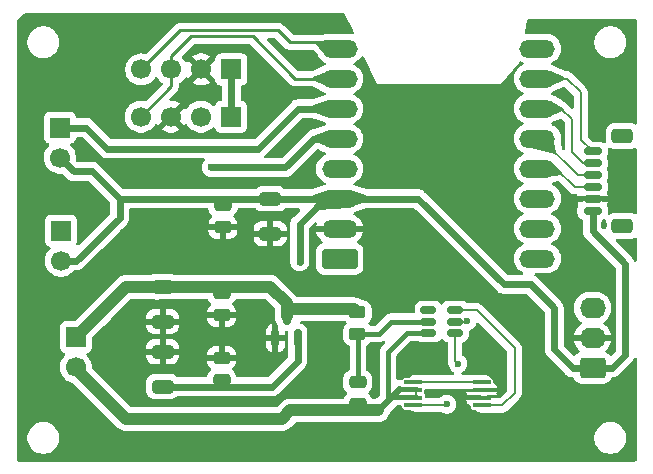
<source format=gtl>
%TF.GenerationSoftware,KiCad,Pcbnew,9.0.5*%
%TF.CreationDate,2025-11-19T14:43:04+01:00*%
%TF.ProjectId,caelum,6361656c-756d-42e6-9b69-6361645f7063,rev?*%
%TF.SameCoordinates,Original*%
%TF.FileFunction,Copper,L1,Top*%
%TF.FilePolarity,Positive*%
%FSLAX46Y46*%
G04 Gerber Fmt 4.6, Leading zero omitted, Abs format (unit mm)*
G04 Created by KiCad (PCBNEW 9.0.5) date 2025-11-19 14:43:04*
%MOMM*%
%LPD*%
G01*
G04 APERTURE LIST*
G04 Aperture macros list*
%AMRoundRect*
0 Rectangle with rounded corners*
0 $1 Rounding radius*
0 $2 $3 $4 $5 $6 $7 $8 $9 X,Y pos of 4 corners*
0 Add a 4 corners polygon primitive as box body*
4,1,4,$2,$3,$4,$5,$6,$7,$8,$9,$2,$3,0*
0 Add four circle primitives for the rounded corners*
1,1,$1+$1,$2,$3*
1,1,$1+$1,$4,$5*
1,1,$1+$1,$6,$7*
1,1,$1+$1,$8,$9*
0 Add four rect primitives between the rounded corners*
20,1,$1+$1,$2,$3,$4,$5,0*
20,1,$1+$1,$4,$5,$6,$7,0*
20,1,$1+$1,$6,$7,$8,$9,0*
20,1,$1+$1,$8,$9,$2,$3,0*%
G04 Aperture macros list end*
%TA.AperFunction,Conductor*%
%ADD10C,0.200000*%
%TD*%
%TA.AperFunction,ComponentPad*%
%ADD11O,3.000000X1.500000*%
%TD*%
%TA.AperFunction,ComponentPad*%
%ADD12RoundRect,0.250000X1.250000X0.600000X-1.250000X0.600000X-1.250000X-0.600000X1.250000X-0.600000X0*%
%TD*%
%TA.AperFunction,SMDPad,CuDef*%
%ADD13RoundRect,0.150000X-0.625000X0.150000X-0.625000X-0.150000X0.625000X-0.150000X0.625000X0.150000X0*%
%TD*%
%TA.AperFunction,SMDPad,CuDef*%
%ADD14RoundRect,0.250000X-0.650000X0.350000X-0.650000X-0.350000X0.650000X-0.350000X0.650000X0.350000X0*%
%TD*%
%TA.AperFunction,SMDPad,CuDef*%
%ADD15RoundRect,0.250000X-0.475000X0.250000X-0.475000X-0.250000X0.475000X-0.250000X0.475000X0.250000X0*%
%TD*%
%TA.AperFunction,SMDPad,CuDef*%
%ADD16RoundRect,0.250000X-0.650000X0.325000X-0.650000X-0.325000X0.650000X-0.325000X0.650000X0.325000X0*%
%TD*%
%TA.AperFunction,ComponentPad*%
%ADD17R,1.700000X1.700000*%
%TD*%
%TA.AperFunction,ComponentPad*%
%ADD18C,1.700000*%
%TD*%
%TA.AperFunction,ComponentPad*%
%ADD19RoundRect,0.250000X0.845000X-0.620000X0.845000X0.620000X-0.845000X0.620000X-0.845000X-0.620000X0*%
%TD*%
%TA.AperFunction,ComponentPad*%
%ADD20O,2.190000X1.740000*%
%TD*%
%TA.AperFunction,SMDPad,CuDef*%
%ADD21RoundRect,0.050000X-0.730000X-0.150000X0.730000X-0.150000X0.730000X0.150000X-0.730000X0.150000X0*%
%TD*%
%TA.AperFunction,SMDPad,CuDef*%
%ADD22RoundRect,0.150000X0.150000X-0.587500X0.150000X0.587500X-0.150000X0.587500X-0.150000X-0.587500X0*%
%TD*%
%TA.AperFunction,SMDPad,CuDef*%
%ADD23RoundRect,0.250000X-0.450000X0.262500X-0.450000X-0.262500X0.450000X-0.262500X0.450000X0.262500X0*%
%TD*%
%TA.AperFunction,SMDPad,CuDef*%
%ADD24RoundRect,0.150000X0.512500X0.150000X-0.512500X0.150000X-0.512500X-0.150000X0.512500X-0.150000X0*%
%TD*%
%TA.AperFunction,ViaPad*%
%ADD25C,0.600000*%
%TD*%
%TA.AperFunction,Conductor*%
%ADD26C,0.600000*%
%TD*%
%TA.AperFunction,Conductor*%
%ADD27C,0.250000*%
%TD*%
%TA.AperFunction,Conductor*%
%ADD28C,1.000000*%
%TD*%
%TA.AperFunction,Conductor*%
%ADD29C,0.400000*%
%TD*%
G04 APERTURE END LIST*
D10*
%TO.N,BATT-*%
X92700000Y-54200000D02*
X92600000Y-54100000D01*
X92600000Y-54100000D02*
X92200000Y-54300000D01*
%TD*%
D11*
%TO.P,U3,19,IO24*%
%TO.N,GPIO24*%
X101835605Y-47812499D03*
%TO.P,U3,18,IO23*%
%TO.N,unconnected-(U3-IO23-Pad18)*%
X101835605Y-45272499D03*
%TO.P,U3,17,IO0*%
%TO.N,unconnected-(U3-IO0-Pad17)*%
X101835605Y-42732499D03*
%TO.P,U3,16,IO1*%
%TO.N,GPIO1*%
X101835605Y-40192499D03*
%TO.P,U3,15,IO2*%
%TO.N,GPIO2*%
X101835605Y-37652499D03*
%TO.P,U3,14,IO3*%
%TO.N,GPIO3*%
X101835605Y-35112499D03*
%TO.P,U3,13,IO4*%
%TO.N,GPIO4*%
X101835605Y-32572499D03*
%TO.P,U3,12,IO5*%
%TO.N,unconnected-(U3-IO5-Pad12)*%
X101835605Y-30032499D03*
D12*
%TO.P,U3,9,5V*%
%TO.N,unconnected-(U3-5V-Pad9)*%
X85097363Y-47839822D03*
D11*
%TO.P,U3,8,GND*%
%TO.N,OUT-*%
X85097363Y-45299822D03*
%TO.P,U3,7,3V3*%
%TO.N,+3V3*%
X85097363Y-42759822D03*
%TO.P,U3,6,IO14*%
%TO.N,unconnected-(U3-IO14-Pad6)*%
X85097363Y-40219822D03*
%TO.P,U3,5,IO13*%
%TO.N,GPIO13*%
X85097363Y-37679822D03*
%TO.P,U3,4,IO12*%
%TO.N,GPIO12*%
X85097363Y-35139822D03*
%TO.P,U3,3,IO11*%
%TO.N,SCL*%
X85097363Y-32599822D03*
%TO.P,U3,2,IO10*%
%TO.N,SDA*%
X85097363Y-30059822D03*
%TD*%
D13*
%TO.P,J1,1,Pin_1*%
%TO.N,GPIO4*%
X106500000Y-38750000D03*
%TO.P,J1,2,Pin_2*%
%TO.N,GPIO3*%
X106500000Y-39750000D03*
%TO.P,J1,3,Pin_3*%
%TO.N,GPIO2*%
X106500000Y-40750000D03*
%TO.P,J1,4,Pin_4*%
%TO.N,GPIO1*%
X106500000Y-41750000D03*
%TO.P,J1,5,Pin_5*%
%TO.N,OUT-*%
X106500000Y-42750000D03*
%TO.P,J1,6,Pin_6*%
%TO.N,+3V3*%
X106500000Y-43750000D03*
D14*
%TO.P,J1,MP*%
%TO.N,N/C*%
X109025000Y-37450000D03*
X109025000Y-45050000D03*
%TD*%
D15*
%TO.P,0\u002C1\u00B5F,1*%
%TO.N,+3V3*%
X75200000Y-43275000D03*
%TO.P,0\u002C1\u00B5F,2*%
%TO.N,OUT-*%
X75200000Y-45175000D03*
%TD*%
D16*
%TO.P,1\u00B5F,1*%
%TO.N,OUT-*%
X70100000Y-55700000D03*
%TO.P,1\u00B5F,2*%
%TO.N,+3V3*%
X70100000Y-58650000D03*
%TD*%
D17*
%TO.P,J6,1,Pin_1*%
%TO.N,GPIO13*%
X61500000Y-45460000D03*
D18*
%TO.P,J6,2,Pin_2*%
%TO.N,+3V3*%
X61500000Y-48000000D03*
%TD*%
D19*
%TO.P,J8,1,Pin_1*%
%TO.N,+3V3*%
X106500000Y-57080000D03*
D20*
%TO.P,J8,2,Pin_2*%
%TO.N,OUT-*%
X106500000Y-54540000D03*
%TO.P,J8,3,Pin_3*%
%TO.N,GPIO24*%
X106500000Y-52000000D03*
%TD*%
D17*
%TO.P,J3,1,Pin_1*%
%TO.N,GPIO12*%
X61400000Y-36725000D03*
D18*
%TO.P,J3,2,Pin_2*%
%TO.N,+3V3*%
X61400000Y-39265000D03*
%TD*%
D15*
%TO.P,0\u002C1\u00B5F,1*%
%TO.N,OUT-*%
X75100000Y-56225000D03*
%TO.P,0\u002C1\u00B5F,2*%
%TO.N,+3V3*%
X75100000Y-58125000D03*
%TD*%
D16*
%TO.P,1\u00B5F,1*%
%TO.N,+3V3*%
X79200000Y-42750000D03*
%TO.P,1\u00B5F,2*%
%TO.N,OUT-*%
X79200000Y-45700000D03*
%TD*%
%TO.P,1\u00B5F,1*%
%TO.N,BATT+*%
X70100000Y-50200000D03*
%TO.P,1\u00B5F,2*%
%TO.N,OUT-*%
X70100000Y-53150000D03*
%TD*%
D15*
%TO.P,0\u002C1\u00B5F,1*%
%TO.N,Net-(U1-VCC)*%
X86625000Y-58250000D03*
%TO.P,0\u002C1\u00B5F,2*%
%TO.N,BATT-*%
X86625000Y-60150000D03*
%TD*%
D21*
%TO.P,Q1,1,D12*%
%TO.N,Net-(Q1-D12-Pad1)*%
X91340000Y-58300000D03*
%TO.P,Q1,2,S1*%
%TO.N,BATT-*%
X91340000Y-58950000D03*
%TO.P,Q1,3,S1*%
X91340000Y-59600000D03*
%TO.P,Q1,4,G1*%
%TO.N,Net-(Q1-G1)*%
X91340000Y-60250000D03*
%TO.P,Q1,5,G2*%
%TO.N,Net-(Q1-G2)*%
X97100000Y-60250000D03*
%TO.P,Q1,6,S2*%
%TO.N,OUT-*%
X97100000Y-59600000D03*
%TO.P,Q1,7,S2*%
X97100000Y-58950000D03*
%TO.P,Q1,8,D12*%
%TO.N,Net-(Q1-D12-Pad1)*%
X97100000Y-58300000D03*
%TD*%
D22*
%TO.P,U2,1,GND*%
%TO.N,OUT-*%
X79650000Y-54575000D03*
%TO.P,U2,2,VO*%
%TO.N,+3V3*%
X81550000Y-54575000D03*
%TO.P,U2,3,VI*%
%TO.N,BATT+*%
X80600000Y-52700000D03*
%TD*%
D17*
%TO.P,J7,1,Pin_1*%
%TO.N,+3V3*%
X75880000Y-35800000D03*
D18*
%TO.P,J7,2,Pin_2*%
%TO.N,SDA*%
X73340000Y-35800000D03*
%TO.P,J7,3,Pin_3*%
%TO.N,OUT-*%
X70800000Y-35800000D03*
%TO.P,J7,4,Pin_4*%
%TO.N,SCL*%
X68260000Y-35800000D03*
%TD*%
D17*
%TO.P,J4,1,Pin_1*%
%TO.N,BATT+*%
X62750000Y-54460000D03*
D18*
%TO.P,J4,2,Pin_2*%
%TO.N,BATT-*%
X62750000Y-57000000D03*
%TD*%
D17*
%TO.P,J10,1,Pin_1*%
%TO.N,+3V3*%
X75910000Y-31800000D03*
D18*
%TO.P,J10,2,Pin_2*%
%TO.N,OUT-*%
X73370000Y-31800000D03*
%TO.P,J10,3,Pin_3*%
%TO.N,SCL*%
X70830000Y-31800000D03*
%TO.P,J10,4,Pin_4*%
%TO.N,SDA*%
X68290000Y-31800000D03*
%TD*%
D23*
%TO.P,100\u03A9,1*%
%TO.N,BATT+*%
X86600000Y-52375000D03*
%TO.P,100\u03A9,2*%
%TO.N,Net-(U1-VCC)*%
X86600000Y-54200000D03*
%TD*%
D15*
%TO.P,0\u002C1\u00B5F,1*%
%TO.N,BATT+*%
X75100000Y-50725000D03*
%TO.P,0\u002C1\u00B5F,2*%
%TO.N,OUT-*%
X75100000Y-52625000D03*
%TD*%
D24*
%TO.P,U1,1,OD*%
%TO.N,Net-(Q1-G1)*%
X94875000Y-54100000D03*
%TO.P,U1,2,CS*%
%TO.N,Net-(U1-CS)*%
X94875000Y-53150000D03*
%TO.P,U1,3,OC*%
%TO.N,Net-(Q1-G2)*%
X94875000Y-52200000D03*
%TO.P,U1,4,TD*%
%TO.N,unconnected-(U1-TD-Pad4)*%
X92600000Y-52200000D03*
%TO.P,U1,5,VCC*%
%TO.N,Net-(U1-VCC)*%
X92600000Y-53150000D03*
%TO.P,U1,6,GND*%
%TO.N,BATT-*%
X92600000Y-54100000D03*
%TD*%
D25*
%TO.N,OUT-*%
X100100000Y-51800000D03*
X87900000Y-63500000D03*
X103200000Y-62400000D03*
%TO.N,Net-(U1-CS)*%
X95900000Y-53100000D03*
%TO.N,OUT-*%
X64000000Y-33000000D03*
X82250000Y-28500000D03*
X109500000Y-46750000D03*
X107500000Y-45000000D03*
X103750000Y-36500000D03*
X104168402Y-34000000D03*
X105750000Y-48000000D03*
X109000000Y-41000000D03*
X108000000Y-34250000D03*
X82250000Y-31000000D03*
X67100000Y-56700000D03*
X92100000Y-56200000D03*
X87800000Y-56200000D03*
X98000000Y-56700000D03*
X64000000Y-29250000D03*
X76600000Y-41500000D03*
X81500000Y-37300000D03*
X80000000Y-33500000D03*
X84000000Y-54000000D03*
X66000000Y-39700000D03*
X92500000Y-34900000D03*
X92500000Y-45500000D03*
X92500000Y-40100000D03*
X83600000Y-57200000D03*
X68500000Y-48000000D03*
%TO.N,+3V3*%
X81700000Y-48100000D03*
X81550000Y-54575000D03*
%TO.N,GPIO13*%
X74200000Y-40100000D03*
%TO.N,Net-(Q1-G1)*%
X94150000Y-60150000D03*
X95100000Y-56700000D03*
%TD*%
D10*
%TO.N,Net-(Q1-G2)*%
X98850000Y-60250000D02*
X97100000Y-60250000D01*
X99900000Y-55400000D02*
X99900000Y-59200000D01*
X96700000Y-52200000D02*
X99900000Y-55400000D01*
X94875000Y-52200000D02*
X96700000Y-52200000D01*
X99900000Y-59200000D02*
X98850000Y-60250000D01*
%TO.N,Net-(U1-CS)*%
X95850000Y-53150000D02*
X95900000Y-53100000D01*
X94875000Y-53150000D02*
X95850000Y-53150000D01*
D26*
%TO.N,+3V3*%
X99000000Y-50000000D02*
X91759822Y-42759822D01*
X103250000Y-52000000D02*
X101250000Y-50000000D01*
X91759822Y-42759822D02*
X85797363Y-42759822D01*
X104830000Y-57080000D02*
X103250000Y-55500000D01*
X103250000Y-55500000D02*
X103250000Y-52000000D01*
X101250000Y-50000000D02*
X99000000Y-50000000D01*
X106500000Y-57080000D02*
X104830000Y-57080000D01*
D27*
%TO.N,SCL*%
X81349822Y-32599822D02*
X85797363Y-32599822D01*
X72500000Y-29000000D02*
X77750000Y-29000000D01*
X77750000Y-29000000D02*
X81349822Y-32599822D01*
X70830000Y-30670000D02*
X72500000Y-29000000D01*
X70830000Y-31800000D02*
X70830000Y-30670000D01*
%TO.N,SDA*%
X71590000Y-28500000D02*
X68290000Y-31800000D01*
X84987541Y-29500000D02*
X80875000Y-29500000D01*
X85547363Y-30059822D02*
X84987541Y-29500000D01*
X85797363Y-30059822D02*
X85547363Y-30059822D01*
X80875000Y-29500000D02*
X79875000Y-28500000D01*
X79875000Y-28500000D02*
X71590000Y-28500000D01*
D26*
%TO.N,+3V3*%
X109250000Y-48250000D02*
X106500000Y-45500000D01*
X109250000Y-56000000D02*
X109250000Y-48250000D01*
X106500000Y-45500000D02*
X106500000Y-43750000D01*
X108170000Y-57080000D02*
X109250000Y-56000000D01*
X106500000Y-57080000D02*
X108170000Y-57080000D01*
D10*
%TO.N,GPIO1*%
X105000000Y-41750000D02*
X106500000Y-41750000D01*
X103442499Y-40192499D02*
X105000000Y-41750000D01*
X101135605Y-40192499D02*
X103442499Y-40192499D01*
%TO.N,GPIO2*%
X105236768Y-40750000D02*
X106500000Y-40750000D01*
X102139267Y-37652499D02*
X105236768Y-40750000D01*
X101135605Y-37652499D02*
X102139267Y-37652499D01*
%TO.N,GPIO3*%
X105725001Y-39750000D02*
X106500000Y-39750000D01*
X104750000Y-38774999D02*
X105725001Y-39750000D01*
X104750000Y-36000000D02*
X104750000Y-38774999D01*
X103862499Y-35112499D02*
X104750000Y-36000000D01*
X101135605Y-35112499D02*
X103862499Y-35112499D01*
%TO.N,GPIO4*%
X105500000Y-33750000D02*
X104322499Y-32572499D01*
X105500000Y-37750000D02*
X105500000Y-33750000D01*
X106500000Y-38750000D02*
X105500000Y-37750000D01*
X104322499Y-32572499D02*
X101135605Y-32572499D01*
D26*
%TO.N,+3V3*%
X62800000Y-48000000D02*
X61500000Y-48000000D01*
X66450000Y-44350000D02*
X62800000Y-48000000D01*
X66450000Y-42750000D02*
X66450000Y-44350000D01*
D28*
%TO.N,BATT+*%
X67010000Y-50200000D02*
X70100000Y-50200000D01*
X62750000Y-54460000D02*
X67010000Y-50200000D01*
D10*
%TO.N,Net-(Q1-G1)*%
X94100000Y-60200000D02*
X91540000Y-60200000D01*
X94150000Y-60150000D02*
X94100000Y-60200000D01*
D29*
%TO.N,Net-(U1-VCC)*%
X86600000Y-54200000D02*
X88400000Y-54200000D01*
X89450000Y-53150000D02*
X92600000Y-53150000D01*
X86625000Y-54225000D02*
X86600000Y-54200000D01*
X86625000Y-57725000D02*
X86625000Y-54225000D01*
X88400000Y-54200000D02*
X89450000Y-53150000D01*
D28*
%TO.N,BATT-*%
X86625000Y-60675000D02*
X80925000Y-60675000D01*
D29*
X89200000Y-55700000D02*
X90800000Y-54100000D01*
D28*
X80200000Y-61400000D02*
X67000000Y-61400000D01*
D29*
X88325000Y-60675000D02*
X89200000Y-59800000D01*
X89200000Y-59800000D02*
X89200000Y-55700000D01*
D10*
X91540000Y-58900000D02*
X91540000Y-59550000D01*
X88325000Y-60675000D02*
X89450000Y-59550000D01*
D28*
X86625000Y-60675000D02*
X88325000Y-60675000D01*
D26*
X88325000Y-60675000D02*
X90100000Y-58900000D01*
D29*
X89450000Y-59550000D02*
X91540000Y-59550000D01*
D28*
X80925000Y-60675000D02*
X80200000Y-61400000D01*
D29*
X90100000Y-58900000D02*
X91540000Y-58900000D01*
D28*
X67000000Y-61400000D02*
X62800000Y-57200000D01*
D29*
X90800000Y-54100000D02*
X92600000Y-54100000D01*
D10*
X91720000Y-59525000D02*
X90935118Y-59525000D01*
D28*
%TO.N,BATT+*%
X75100000Y-50200000D02*
X79200000Y-50200000D01*
X80600000Y-51600000D02*
X80600000Y-52200000D01*
X70100000Y-50200000D02*
X75100000Y-50200000D01*
X80701000Y-52099000D02*
X80600000Y-52200000D01*
X86600000Y-52375000D02*
X86324000Y-52099000D01*
X80600000Y-52200000D02*
X80600000Y-52700000D01*
X86324000Y-52099000D02*
X80701000Y-52099000D01*
D10*
X69600000Y-50700000D02*
X70100000Y-50200000D01*
D28*
X79200000Y-50200000D02*
X80600000Y-51600000D01*
D26*
%TO.N,+3V3*%
X70100000Y-58650000D02*
X75100000Y-58650000D01*
X75200000Y-42750000D02*
X66450000Y-42750000D01*
X66450000Y-42750000D02*
X64140000Y-40440000D01*
X79200000Y-42750000D02*
X75200000Y-42750000D01*
X62575000Y-40440000D02*
X61400000Y-39265000D01*
X81550000Y-56450000D02*
X79350000Y-58650000D01*
X85797363Y-42759822D02*
X83840178Y-42759822D01*
X85797363Y-42759822D02*
X85787541Y-42750000D01*
X79350000Y-58650000D02*
X75100000Y-58650000D01*
X81550000Y-54575000D02*
X81550000Y-56450000D01*
X81700000Y-44900000D02*
X81700000Y-48100000D01*
X83840178Y-42759822D02*
X81700000Y-44900000D01*
X64140000Y-40440000D02*
X62575000Y-40440000D01*
X75910000Y-31800000D02*
X75910000Y-35770000D01*
X75910000Y-35770000D02*
X75880000Y-35800000D01*
X85787541Y-42750000D02*
X79200000Y-42750000D01*
%TO.N,GPIO12*%
X81560178Y-35139822D02*
X78200000Y-38500000D01*
X85797363Y-35139822D02*
X81560178Y-35139822D01*
X78200000Y-38500000D02*
X65400000Y-38500000D01*
X63625000Y-36725000D02*
X61400000Y-36725000D01*
X65400000Y-38500000D02*
X63625000Y-36725000D01*
D27*
%TO.N,SCL*%
X68260000Y-35800000D02*
X70830000Y-33230000D01*
X70830000Y-33230000D02*
X70830000Y-31800000D01*
D26*
%TO.N,GPIO13*%
X80500000Y-40100000D02*
X82920178Y-37679822D01*
X74200000Y-40100000D02*
X80500000Y-40100000D01*
X82920178Y-37679822D02*
X85797363Y-37679822D01*
D10*
%TO.N,Net-(Q1-D12-Pad1)*%
X97300000Y-58250000D02*
X91540000Y-58250000D01*
%TO.N,Net-(Q1-G1)*%
X94875000Y-54100000D02*
X94875000Y-56475000D01*
X94875000Y-56475000D02*
X95100000Y-56700000D01*
%TO.N,Net-(Q1-G2)*%
X97300000Y-60200000D02*
X97400000Y-60300000D01*
%TD*%
%TA.AperFunction,Conductor*%
%TO.N,OUT-*%
G36*
X87096644Y-30708796D02*
G01*
X87121132Y-30742264D01*
X88249996Y-32999994D01*
X86817767Y-30851651D01*
X86909906Y-30724834D01*
X86965236Y-30682169D01*
X87034849Y-30676190D01*
X87096644Y-30708796D01*
G37*
%TD.AperFunction*%
%TD*%
%TA.AperFunction,Conductor*%
%TO.N,OUT-*%
G36*
X69123204Y-51209368D02*
G01*
X69123810Y-51207542D01*
X69130665Y-51209813D01*
X69130666Y-51209814D01*
X69297203Y-51264999D01*
X69399991Y-51275500D01*
X69411311Y-51275499D01*
X69443407Y-51279724D01*
X69520943Y-51300501D01*
X69520944Y-51300501D01*
X69679056Y-51300501D01*
X69679057Y-51300501D01*
X69756590Y-51279724D01*
X69788685Y-51275499D01*
X70800002Y-51275499D01*
X70800008Y-51275499D01*
X70902797Y-51264999D01*
X71069334Y-51209814D01*
X71069334Y-51209813D01*
X71076190Y-51207542D01*
X71076795Y-51209368D01*
X71116798Y-51200500D01*
X73819551Y-51200500D01*
X73886590Y-51220185D01*
X73932345Y-51272989D01*
X73937256Y-51285493D01*
X73940186Y-51294334D01*
X74032288Y-51443656D01*
X74156344Y-51567712D01*
X74159628Y-51569737D01*
X74159653Y-51569753D01*
X74161445Y-51571746D01*
X74162011Y-51572193D01*
X74161934Y-51572289D01*
X74206379Y-51621699D01*
X74217603Y-51690661D01*
X74189761Y-51754744D01*
X74159665Y-51780826D01*
X74156660Y-51782679D01*
X74156655Y-51782683D01*
X74032684Y-51906654D01*
X73940643Y-52055875D01*
X73940641Y-52055880D01*
X73885494Y-52222302D01*
X73885493Y-52222309D01*
X73875000Y-52325013D01*
X73875000Y-52375000D01*
X76324999Y-52375000D01*
X76324999Y-52325028D01*
X76324998Y-52325013D01*
X76314505Y-52222302D01*
X76259358Y-52055880D01*
X76259356Y-52055875D01*
X76167315Y-51906654D01*
X76043344Y-51782683D01*
X76043341Y-51782681D01*
X76040339Y-51780829D01*
X76038713Y-51779021D01*
X76037677Y-51778202D01*
X76037817Y-51778024D01*
X75993617Y-51728880D01*
X75982397Y-51659917D01*
X76010243Y-51595836D01*
X76040344Y-51569754D01*
X76043656Y-51567712D01*
X76167712Y-51443656D01*
X76259814Y-51294334D01*
X76262744Y-51285493D01*
X76302518Y-51228049D01*
X76367035Y-51201228D01*
X76380449Y-51200500D01*
X78734218Y-51200500D01*
X78801257Y-51220185D01*
X78821899Y-51236819D01*
X79563181Y-51978101D01*
X79596666Y-52039424D01*
X79599500Y-52065782D01*
X79599500Y-52101459D01*
X79599500Y-52798541D01*
X79599500Y-52798543D01*
X79599499Y-52798543D01*
X79637947Y-52991829D01*
X79637950Y-52991839D01*
X79713364Y-53173907D01*
X79713371Y-53173919D01*
X79778602Y-53271543D01*
X79799480Y-53338220D01*
X79799500Y-53340434D01*
X79799500Y-53353201D01*
X79802401Y-53390067D01*
X79802402Y-53390073D01*
X79848254Y-53547893D01*
X79848255Y-53547896D01*
X79848256Y-53547898D01*
X79882732Y-53606194D01*
X79900000Y-53669314D01*
X79900000Y-54325000D01*
X80450000Y-54325000D01*
X80450000Y-54062000D01*
X80452550Y-54053314D01*
X80451262Y-54044353D01*
X80462240Y-54020312D01*
X80469685Y-53994961D01*
X80476525Y-53989033D01*
X80480287Y-53980797D01*
X80502521Y-53966507D01*
X80522489Y-53949206D01*
X80533003Y-53946918D01*
X80539065Y-53943023D01*
X80574000Y-53938000D01*
X80625500Y-53938000D01*
X80692539Y-53957685D01*
X80738294Y-54010489D01*
X80749500Y-54062000D01*
X80749500Y-56067060D01*
X80729815Y-56134099D01*
X80713181Y-56154741D01*
X79054741Y-57813181D01*
X78993418Y-57846666D01*
X78967060Y-57849500D01*
X76439981Y-57849500D01*
X76372942Y-57829815D01*
X76327187Y-57777011D01*
X76316623Y-57738101D01*
X76314999Y-57722203D01*
X76314998Y-57722200D01*
X76304468Y-57690423D01*
X76259814Y-57555666D01*
X76167712Y-57406344D01*
X76043656Y-57282288D01*
X76040342Y-57280243D01*
X76038546Y-57278248D01*
X76037989Y-57277807D01*
X76038064Y-57277711D01*
X75993618Y-57228297D01*
X75982397Y-57159334D01*
X76010240Y-57095252D01*
X76040348Y-57069165D01*
X76043342Y-57067318D01*
X76167315Y-56943345D01*
X76259356Y-56794124D01*
X76259358Y-56794119D01*
X76314505Y-56627697D01*
X76314506Y-56627690D01*
X76324999Y-56524986D01*
X76325000Y-56524973D01*
X76325000Y-56475000D01*
X73875001Y-56475000D01*
X73875001Y-56524986D01*
X73885494Y-56627697D01*
X73940641Y-56794119D01*
X73940643Y-56794124D01*
X74032684Y-56943345D01*
X74156655Y-57067316D01*
X74156659Y-57067319D01*
X74159656Y-57069168D01*
X74161279Y-57070972D01*
X74162323Y-57071798D01*
X74162181Y-57071976D01*
X74206381Y-57121116D01*
X74217602Y-57190079D01*
X74189759Y-57254161D01*
X74159661Y-57280241D01*
X74156349Y-57282283D01*
X74156343Y-57282288D01*
X74032289Y-57406342D01*
X73940187Y-57555663D01*
X73940185Y-57555668D01*
X73930465Y-57585001D01*
X73889769Y-57707816D01*
X73885001Y-57722204D01*
X73885000Y-57722205D01*
X73883377Y-57738101D01*
X73856982Y-57802793D01*
X73799802Y-57842945D01*
X73760019Y-57849500D01*
X71387230Y-57849500D01*
X71320191Y-57829815D01*
X71299549Y-57813181D01*
X71218657Y-57732289D01*
X71218656Y-57732288D01*
X71125888Y-57675069D01*
X71069336Y-57640187D01*
X71069331Y-57640185D01*
X71038036Y-57629815D01*
X70902797Y-57585001D01*
X70902795Y-57585000D01*
X70800010Y-57574500D01*
X69399998Y-57574500D01*
X69399981Y-57574501D01*
X69297203Y-57585000D01*
X69297200Y-57585001D01*
X69130668Y-57640185D01*
X69130663Y-57640187D01*
X68981342Y-57732289D01*
X68857289Y-57856342D01*
X68765187Y-58005663D01*
X68765186Y-58005666D01*
X68710001Y-58172203D01*
X68710001Y-58172204D01*
X68710000Y-58172204D01*
X68699500Y-58274983D01*
X68699500Y-59025001D01*
X68699501Y-59025019D01*
X68710000Y-59127796D01*
X68710001Y-59127799D01*
X68760123Y-59279056D01*
X68765186Y-59294334D01*
X68857288Y-59443656D01*
X68981344Y-59567712D01*
X69130666Y-59659814D01*
X69297203Y-59714999D01*
X69399991Y-59725500D01*
X70800008Y-59725499D01*
X70902797Y-59714999D01*
X71069334Y-59659814D01*
X71218656Y-59567712D01*
X71299549Y-59486819D01*
X71360872Y-59453334D01*
X71387230Y-59450500D01*
X79428844Y-59450500D01*
X79428845Y-59450499D01*
X79583497Y-59419737D01*
X79729179Y-59359394D01*
X79860289Y-59271789D01*
X82171789Y-56960289D01*
X82259394Y-56829179D01*
X82319737Y-56683497D01*
X82350500Y-56528842D01*
X82350500Y-56371157D01*
X82350500Y-54496158D01*
X82350500Y-53921806D01*
X82347598Y-53884931D01*
X82343870Y-53872100D01*
X82301745Y-53727106D01*
X82301744Y-53727103D01*
X82301744Y-53727102D01*
X82218081Y-53585635D01*
X82218079Y-53585633D01*
X82218076Y-53585629D01*
X82101870Y-53469423D01*
X82101862Y-53469417D01*
X81984483Y-53400000D01*
X81960398Y-53385756D01*
X81960397Y-53385755D01*
X81960396Y-53385755D01*
X81960393Y-53385754D01*
X81811774Y-53342576D01*
X81752888Y-53304970D01*
X81723682Y-53241497D01*
X81733428Y-53172311D01*
X81779032Y-53119376D01*
X81846015Y-53099501D01*
X81846369Y-53099500D01*
X85499270Y-53099500D01*
X85528710Y-53108144D01*
X85558697Y-53114668D01*
X85563712Y-53118422D01*
X85566309Y-53119185D01*
X85586951Y-53135819D01*
X85650951Y-53199819D01*
X85684436Y-53261142D01*
X85679452Y-53330834D01*
X85650951Y-53375181D01*
X85557289Y-53468842D01*
X85465187Y-53618163D01*
X85465185Y-53618168D01*
X85448237Y-53669314D01*
X85410001Y-53784703D01*
X85410001Y-53784704D01*
X85410000Y-53784704D01*
X85399500Y-53887483D01*
X85399500Y-54512501D01*
X85399501Y-54512519D01*
X85410000Y-54615296D01*
X85410001Y-54615299D01*
X85434968Y-54690643D01*
X85465186Y-54781834D01*
X85557288Y-54931156D01*
X85681344Y-55055212D01*
X85830666Y-55147314D01*
X85839498Y-55150240D01*
X85896944Y-55190008D01*
X85923771Y-55254522D01*
X85924500Y-55267948D01*
X85924500Y-57194551D01*
X85904815Y-57261590D01*
X85852011Y-57307345D01*
X85839507Y-57312256D01*
X85830667Y-57315185D01*
X85681342Y-57407289D01*
X85557289Y-57531342D01*
X85465187Y-57680663D01*
X85465185Y-57680668D01*
X85451421Y-57722205D01*
X85410001Y-57847203D01*
X85410001Y-57847204D01*
X85410000Y-57847204D01*
X85399500Y-57949983D01*
X85399500Y-58550001D01*
X85399501Y-58550019D01*
X85410000Y-58652796D01*
X85410001Y-58652799D01*
X85461953Y-58809577D01*
X85465186Y-58819334D01*
X85546561Y-58951265D01*
X85557289Y-58968657D01*
X85681346Y-59092714D01*
X85684182Y-59094463D01*
X85685717Y-59096170D01*
X85687011Y-59097193D01*
X85686836Y-59097414D01*
X85730905Y-59146411D01*
X85742126Y-59215374D01*
X85714282Y-59279456D01*
X85684182Y-59305537D01*
X85681346Y-59307285D01*
X85557289Y-59431342D01*
X85465185Y-59580667D01*
X85462256Y-59589507D01*
X85422482Y-59646951D01*
X85357965Y-59673772D01*
X85344551Y-59674500D01*
X80826458Y-59674500D01*
X80797865Y-59680187D01*
X80797836Y-59680193D01*
X80796195Y-59680520D01*
X80633164Y-59712949D01*
X80617395Y-59719481D01*
X80607705Y-59723494D01*
X80607703Y-59723495D01*
X80451092Y-59788364D01*
X80451079Y-59788371D01*
X80287219Y-59897859D01*
X80229631Y-59955448D01*
X80147861Y-60037218D01*
X80147858Y-60037221D01*
X79821899Y-60363181D01*
X79760576Y-60396666D01*
X79734218Y-60399500D01*
X67465782Y-60399500D01*
X67398743Y-60379815D01*
X67378101Y-60363181D01*
X64136819Y-57121899D01*
X64103334Y-57060576D01*
X64100500Y-57034218D01*
X64100500Y-56893713D01*
X64090279Y-56829179D01*
X64067246Y-56683757D01*
X64001557Y-56481588D01*
X63905051Y-56292184D01*
X63905049Y-56292181D01*
X63905048Y-56292179D01*
X63780109Y-56120213D01*
X63734882Y-56074986D01*
X68700001Y-56074986D01*
X68710494Y-56177697D01*
X68765641Y-56344119D01*
X68765643Y-56344124D01*
X68857684Y-56493345D01*
X68981654Y-56617315D01*
X69130875Y-56709356D01*
X69130880Y-56709358D01*
X69297302Y-56764505D01*
X69297309Y-56764506D01*
X69400019Y-56774999D01*
X69849999Y-56774999D01*
X70350000Y-56774999D01*
X70799972Y-56774999D01*
X70799986Y-56774998D01*
X70902697Y-56764505D01*
X71069119Y-56709358D01*
X71069124Y-56709356D01*
X71218345Y-56617315D01*
X71342315Y-56493345D01*
X71434356Y-56344124D01*
X71434358Y-56344119D01*
X71489505Y-56177697D01*
X71489506Y-56177690D01*
X71499999Y-56074986D01*
X71500000Y-56074973D01*
X71500000Y-55950000D01*
X70350000Y-55950000D01*
X70350000Y-56774999D01*
X69849999Y-56774999D01*
X69850000Y-56774998D01*
X69850000Y-55950000D01*
X68700001Y-55950000D01*
X68700001Y-56074986D01*
X63734882Y-56074986D01*
X63666569Y-56006673D01*
X63666191Y-56005982D01*
X63648387Y-55973375D01*
X63633084Y-55945350D01*
X63633326Y-55941973D01*
X63634313Y-55928162D01*
X63634538Y-55925013D01*
X73875000Y-55925013D01*
X73875000Y-55975000D01*
X74850000Y-55975000D01*
X75350000Y-55975000D01*
X76324999Y-55975000D01*
X76324999Y-55925028D01*
X76324998Y-55925013D01*
X76314505Y-55822302D01*
X76259358Y-55655880D01*
X76259356Y-55655875D01*
X76167315Y-55506654D01*
X76043345Y-55382684D01*
X75894124Y-55290643D01*
X75894119Y-55290641D01*
X75727697Y-55235494D01*
X75727690Y-55235493D01*
X75655808Y-55228149D01*
X78850000Y-55228149D01*
X78852899Y-55264989D01*
X78852900Y-55264995D01*
X78898716Y-55422693D01*
X78898717Y-55422696D01*
X78982314Y-55564052D01*
X78982321Y-55564061D01*
X79098438Y-55680178D01*
X79098447Y-55680185D01*
X79239801Y-55763781D01*
X79397514Y-55809600D01*
X79397511Y-55809600D01*
X79399998Y-55809795D01*
X79400000Y-55809795D01*
X79900000Y-55809795D01*
X79900001Y-55809795D01*
X79902486Y-55809600D01*
X80060198Y-55763781D01*
X80201552Y-55680185D01*
X80201561Y-55680178D01*
X80317678Y-55564061D01*
X80317685Y-55564052D01*
X80401282Y-55422696D01*
X80401283Y-55422693D01*
X80447099Y-55264995D01*
X80447100Y-55264989D01*
X80449999Y-55228149D01*
X80450000Y-55228134D01*
X80450000Y-54825000D01*
X79900000Y-54825000D01*
X79900000Y-55809795D01*
X79400000Y-55809795D01*
X79400000Y-54825000D01*
X78850000Y-54825000D01*
X78850000Y-55228149D01*
X75655808Y-55228149D01*
X75624986Y-55225000D01*
X75350000Y-55225000D01*
X75350000Y-55975000D01*
X74850000Y-55975000D01*
X74850000Y-55225000D01*
X74575029Y-55225000D01*
X74575012Y-55225001D01*
X74472302Y-55235494D01*
X74305880Y-55290641D01*
X74305875Y-55290643D01*
X74156654Y-55382684D01*
X74032684Y-55506654D01*
X73940643Y-55655875D01*
X73940641Y-55655880D01*
X73885494Y-55822302D01*
X73885493Y-55822309D01*
X73875000Y-55925013D01*
X63634538Y-55925013D01*
X63638068Y-55875658D01*
X63679940Y-55819725D01*
X63679940Y-55819724D01*
X63679941Y-55819724D01*
X63710918Y-55802810D01*
X63723740Y-55798027D01*
X63765489Y-55782456D01*
X63765490Y-55782456D01*
X63842328Y-55753797D01*
X63842327Y-55753797D01*
X63842331Y-55753796D01*
X63957546Y-55667546D01*
X64043796Y-55552331D01*
X64094091Y-55417483D01*
X64100500Y-55357873D01*
X64100500Y-55325013D01*
X68700000Y-55325013D01*
X68700000Y-55450000D01*
X69850000Y-55450000D01*
X70350000Y-55450000D01*
X71499999Y-55450000D01*
X71499999Y-55325028D01*
X71499998Y-55325013D01*
X71489505Y-55222302D01*
X71434358Y-55055880D01*
X71434356Y-55055875D01*
X71342315Y-54906654D01*
X71218345Y-54782684D01*
X71069124Y-54690643D01*
X71069119Y-54690641D01*
X70902697Y-54635494D01*
X70902690Y-54635493D01*
X70799986Y-54625000D01*
X70350000Y-54625000D01*
X70350000Y-55450000D01*
X69850000Y-55450000D01*
X69850000Y-54625000D01*
X69400028Y-54625000D01*
X69400012Y-54625001D01*
X69297302Y-54635494D01*
X69130880Y-54690641D01*
X69130875Y-54690643D01*
X68981654Y-54782684D01*
X68857684Y-54906654D01*
X68765643Y-55055875D01*
X68765641Y-55055880D01*
X68710494Y-55222302D01*
X68710493Y-55222309D01*
X68700000Y-55325013D01*
X64100500Y-55325013D01*
X64100499Y-54575780D01*
X64120183Y-54508742D01*
X64136813Y-54488105D01*
X65099933Y-53524986D01*
X68700001Y-53524986D01*
X68710494Y-53627697D01*
X68765641Y-53794119D01*
X68765643Y-53794124D01*
X68857684Y-53943345D01*
X68981654Y-54067315D01*
X69130875Y-54159356D01*
X69130880Y-54159358D01*
X69297302Y-54214505D01*
X69297309Y-54214506D01*
X69400019Y-54224999D01*
X69849999Y-54224999D01*
X70350000Y-54224999D01*
X70799972Y-54224999D01*
X70799986Y-54224998D01*
X70902697Y-54214505D01*
X71069119Y-54159358D01*
X71069124Y-54159356D01*
X71218345Y-54067315D01*
X71342315Y-53943345D01*
X71355573Y-53921850D01*
X78850000Y-53921850D01*
X78850000Y-54325000D01*
X79400000Y-54325000D01*
X79400000Y-53340203D01*
X79397503Y-53340400D01*
X79239806Y-53386216D01*
X79239803Y-53386217D01*
X79098447Y-53469814D01*
X79098438Y-53469821D01*
X78982321Y-53585938D01*
X78982314Y-53585947D01*
X78898717Y-53727303D01*
X78898716Y-53727306D01*
X78852900Y-53885004D01*
X78852899Y-53885010D01*
X78850000Y-53921850D01*
X71355573Y-53921850D01*
X71397223Y-53854326D01*
X71397225Y-53854323D01*
X71434353Y-53794130D01*
X71434358Y-53794119D01*
X71489505Y-53627697D01*
X71489506Y-53627690D01*
X71499999Y-53524986D01*
X71500000Y-53524973D01*
X71500000Y-53400000D01*
X70350000Y-53400000D01*
X70350000Y-54224999D01*
X69849999Y-54224999D01*
X69850000Y-54224998D01*
X69850000Y-53400000D01*
X68700001Y-53400000D01*
X68700001Y-53524986D01*
X65099933Y-53524986D01*
X65699934Y-52924986D01*
X73875001Y-52924986D01*
X73885494Y-53027697D01*
X73940641Y-53194119D01*
X73940643Y-53194124D01*
X74032684Y-53343345D01*
X74156654Y-53467315D01*
X74305875Y-53559356D01*
X74305880Y-53559358D01*
X74472302Y-53614505D01*
X74472309Y-53614506D01*
X74575019Y-53624999D01*
X74849999Y-53624999D01*
X75350000Y-53624999D01*
X75624972Y-53624999D01*
X75624986Y-53624998D01*
X75727697Y-53614505D01*
X75894119Y-53559358D01*
X75894124Y-53559356D01*
X76043345Y-53467315D01*
X76167315Y-53343345D01*
X76259356Y-53194124D01*
X76259358Y-53194119D01*
X76314505Y-53027697D01*
X76314506Y-53027690D01*
X76324999Y-52924986D01*
X76325000Y-52924973D01*
X76325000Y-52875000D01*
X75350000Y-52875000D01*
X75350000Y-53624999D01*
X74849999Y-53624999D01*
X74850000Y-53624998D01*
X74850000Y-52875000D01*
X73875001Y-52875000D01*
X73875001Y-52924986D01*
X65699934Y-52924986D01*
X65849907Y-52775013D01*
X68700000Y-52775013D01*
X68700000Y-52900000D01*
X69850000Y-52900000D01*
X70350000Y-52900000D01*
X71499999Y-52900000D01*
X71499999Y-52775028D01*
X71499998Y-52775013D01*
X71489505Y-52672302D01*
X71434358Y-52505880D01*
X71434356Y-52505875D01*
X71342315Y-52356654D01*
X71218345Y-52232684D01*
X71069124Y-52140643D01*
X71069119Y-52140641D01*
X70902697Y-52085494D01*
X70902690Y-52085493D01*
X70799986Y-52075000D01*
X70350000Y-52075000D01*
X70350000Y-52900000D01*
X69850000Y-52900000D01*
X69850000Y-52075000D01*
X69400028Y-52075000D01*
X69400012Y-52075001D01*
X69297302Y-52085494D01*
X69130880Y-52140641D01*
X69130875Y-52140643D01*
X68981654Y-52232684D01*
X68857684Y-52356654D01*
X68765643Y-52505875D01*
X68765641Y-52505880D01*
X68710494Y-52672302D01*
X68710493Y-52672309D01*
X68700000Y-52775013D01*
X65849907Y-52775013D01*
X67388102Y-51236819D01*
X67449425Y-51203334D01*
X67475783Y-51200500D01*
X69083202Y-51200500D01*
X69123204Y-51209368D01*
G37*
%TD.AperFunction*%
%TA.AperFunction,Conductor*%
G36*
X88894198Y-54799449D02*
G01*
X88940889Y-54851428D01*
X88952067Y-54920397D01*
X88924182Y-54984461D01*
X88916714Y-54992627D01*
X88655890Y-55253451D01*
X88655884Y-55253458D01*
X88610794Y-55320942D01*
X88610794Y-55320943D01*
X88579223Y-55368191D01*
X88579222Y-55368193D01*
X88526421Y-55495667D01*
X88526418Y-55495677D01*
X88499500Y-55631004D01*
X88499500Y-59317060D01*
X88479815Y-59384099D01*
X88463181Y-59404741D01*
X88229741Y-59638181D01*
X88202813Y-59652884D01*
X88176995Y-59669477D01*
X88170794Y-59670368D01*
X88168418Y-59671666D01*
X88142060Y-59674500D01*
X87905449Y-59674500D01*
X87838410Y-59654815D01*
X87792655Y-59602011D01*
X87787744Y-59589507D01*
X87784814Y-59580667D01*
X87784814Y-59580666D01*
X87692712Y-59431344D01*
X87568656Y-59307288D01*
X87565819Y-59305538D01*
X87564283Y-59303830D01*
X87562989Y-59302807D01*
X87563163Y-59302585D01*
X87519096Y-59253594D01*
X87507872Y-59184632D01*
X87535713Y-59120549D01*
X87565817Y-59094462D01*
X87568656Y-59092712D01*
X87692712Y-58968656D01*
X87784814Y-58819334D01*
X87839999Y-58652797D01*
X87850500Y-58550009D01*
X87850499Y-57949992D01*
X87839999Y-57847203D01*
X87784814Y-57680666D01*
X87692712Y-57531344D01*
X87568656Y-57407288D01*
X87419334Y-57315186D01*
X87419333Y-57315185D01*
X87419332Y-57315185D01*
X87410493Y-57312256D01*
X87353049Y-57272482D01*
X87326228Y-57207965D01*
X87325500Y-57194551D01*
X87325500Y-55243557D01*
X87345185Y-55176518D01*
X87384401Y-55138020D01*
X87518656Y-55055212D01*
X87637049Y-54936819D01*
X87698372Y-54903334D01*
X87724730Y-54900500D01*
X88468996Y-54900500D01*
X88561305Y-54882138D01*
X88604328Y-54873580D01*
X88731811Y-54820775D01*
X88760142Y-54801844D01*
X88826818Y-54780966D01*
X88894198Y-54799449D01*
G37*
%TD.AperFunction*%
%TA.AperFunction,Conductor*%
G36*
X93815167Y-54618006D02*
G01*
X93839355Y-54645921D01*
X93839639Y-54645702D01*
X93843679Y-54650911D01*
X93844232Y-54651548D01*
X93844419Y-54651865D01*
X93844421Y-54651867D01*
X93844423Y-54651870D01*
X93960629Y-54768076D01*
X93960633Y-54768079D01*
X93960635Y-54768081D01*
X94102102Y-54851744D01*
X94185097Y-54875856D01*
X94243980Y-54913462D01*
X94273187Y-54976934D01*
X94274500Y-54994932D01*
X94274500Y-56388330D01*
X94274499Y-56388348D01*
X94274499Y-56395943D01*
X94274499Y-56554057D01*
X94291449Y-56617315D01*
X94295275Y-56631592D01*
X94299500Y-56663686D01*
X94299500Y-56778846D01*
X94330261Y-56933489D01*
X94330264Y-56933501D01*
X94390602Y-57079172D01*
X94390609Y-57079185D01*
X94478210Y-57210288D01*
X94478213Y-57210292D01*
X94589707Y-57321786D01*
X94589711Y-57321789D01*
X94720814Y-57409390D01*
X94720821Y-57409394D01*
X94724549Y-57410938D01*
X94778953Y-57454778D01*
X94801019Y-57521072D01*
X94783741Y-57588771D01*
X94732605Y-57636383D01*
X94677098Y-57649500D01*
X91460943Y-57649500D01*
X91308216Y-57690423D01*
X91308209Y-57690426D01*
X91171290Y-57769475D01*
X91171282Y-57769481D01*
X91059479Y-57881284D01*
X91055892Y-57887499D01*
X91005325Y-57935715D01*
X90948504Y-57949500D01*
X90590247Y-57949500D01*
X90531770Y-57961131D01*
X90531769Y-57961132D01*
X90465446Y-58005448D01*
X90422382Y-58069897D01*
X90368769Y-58114702D01*
X90299444Y-58123408D01*
X90295090Y-58122622D01*
X90178846Y-58099500D01*
X90178842Y-58099500D01*
X90024500Y-58099500D01*
X89957461Y-58079815D01*
X89911706Y-58027011D01*
X89900500Y-57975500D01*
X89900500Y-56041519D01*
X89920185Y-55974480D01*
X89936819Y-55953838D01*
X91053838Y-54836819D01*
X91115161Y-54803334D01*
X91141519Y-54800500D01*
X91706531Y-54800500D01*
X91769651Y-54817767D01*
X91827102Y-54851744D01*
X91858304Y-54860809D01*
X91984926Y-54897597D01*
X91984929Y-54897597D01*
X91984931Y-54897598D01*
X92021806Y-54900500D01*
X92181990Y-54900500D01*
X92242937Y-54904158D01*
X92260813Y-54900500D01*
X93178194Y-54900500D01*
X93215069Y-54897598D01*
X93215071Y-54897597D01*
X93215073Y-54897597D01*
X93297735Y-54873581D01*
X93372898Y-54851744D01*
X93514365Y-54768081D01*
X93630581Y-54651865D01*
X93630767Y-54651549D01*
X93630977Y-54651353D01*
X93635361Y-54645702D01*
X93636272Y-54646409D01*
X93681836Y-54603866D01*
X93750577Y-54591362D01*
X93815167Y-54618006D01*
G37*
%TD.AperFunction*%
%TA.AperFunction,Conductor*%
G36*
X85004418Y-27000816D02*
G01*
X85204561Y-27015130D01*
X85222063Y-27017647D01*
X85413795Y-27059355D01*
X85430756Y-27064335D01*
X85509674Y-27093770D01*
X85565606Y-27135641D01*
X85577248Y-27154497D01*
X86243173Y-28486347D01*
X86253311Y-28514902D01*
X86292956Y-28693305D01*
X86288283Y-28763018D01*
X86246662Y-28819138D01*
X86181308Y-28843847D01*
X86142977Y-28840781D01*
X86140199Y-28840114D01*
X85945785Y-28809322D01*
X85945780Y-28809322D01*
X84374101Y-28809322D01*
X84364240Y-28808929D01*
X84317458Y-28805197D01*
X84317445Y-28805196D01*
X83101265Y-28869619D01*
X83091178Y-28870562D01*
X83060611Y-28873423D01*
X83060607Y-28873424D01*
X83054955Y-28873953D01*
X83054906Y-28873434D01*
X83043359Y-28874500D01*
X81185453Y-28874500D01*
X81118414Y-28854815D01*
X81097772Y-28838181D01*
X80370822Y-28111232D01*
X80360859Y-28101269D01*
X80360858Y-28101267D01*
X80273733Y-28014142D01*
X80222509Y-27979915D01*
X80171286Y-27945688D01*
X80171283Y-27945686D01*
X80171280Y-27945685D01*
X80097603Y-27915168D01*
X80097601Y-27915167D01*
X80090792Y-27912347D01*
X80057452Y-27898537D01*
X79997029Y-27886518D01*
X79992306Y-27885578D01*
X79992304Y-27885578D01*
X79936610Y-27874500D01*
X79936607Y-27874500D01*
X79936606Y-27874500D01*
X71651607Y-27874500D01*
X71528393Y-27874500D01*
X71528389Y-27874500D01*
X71477535Y-27884615D01*
X71477530Y-27884616D01*
X71467971Y-27886518D01*
X71407548Y-27898537D01*
X71360397Y-27918067D01*
X71293715Y-27945688D01*
X71293714Y-27945689D01*
X71271347Y-27960633D01*
X71271344Y-27960635D01*
X71191268Y-28014140D01*
X71156960Y-28048449D01*
X71104142Y-28101267D01*
X71104139Y-28101270D01*
X68747837Y-30457571D01*
X68686514Y-30491056D01*
X68621838Y-30487821D01*
X68614219Y-30485345D01*
X68606241Y-30482753D01*
X68435797Y-30455757D01*
X68396287Y-30449500D01*
X68183713Y-30449500D01*
X68135042Y-30457208D01*
X67973760Y-30482753D01*
X67771585Y-30548444D01*
X67582179Y-30644951D01*
X67410213Y-30769890D01*
X67259890Y-30920213D01*
X67134951Y-31092179D01*
X67038444Y-31281585D01*
X67038443Y-31281587D01*
X67038443Y-31281588D01*
X67011338Y-31365008D01*
X66972753Y-31483760D01*
X66939500Y-31693713D01*
X66939500Y-31906286D01*
X66968988Y-32092469D01*
X66972754Y-32116243D01*
X67034733Y-32306995D01*
X67038444Y-32318414D01*
X67134951Y-32507820D01*
X67259890Y-32679786D01*
X67410213Y-32830109D01*
X67582179Y-32955048D01*
X67582181Y-32955049D01*
X67582184Y-32955051D01*
X67771588Y-33051557D01*
X67973757Y-33117246D01*
X68183713Y-33150500D01*
X68183714Y-33150500D01*
X68396286Y-33150500D01*
X68396287Y-33150500D01*
X68606243Y-33117246D01*
X68808412Y-33051557D01*
X68997816Y-32955051D01*
X69084138Y-32892335D01*
X69169786Y-32830109D01*
X69169788Y-32830106D01*
X69169792Y-32830104D01*
X69320104Y-32679792D01*
X69320106Y-32679788D01*
X69320109Y-32679786D01*
X69445048Y-32507820D01*
X69445047Y-32507820D01*
X69445051Y-32507816D01*
X69449514Y-32499054D01*
X69497488Y-32448259D01*
X69565308Y-32431463D01*
X69631444Y-32453999D01*
X69670484Y-32499054D01*
X69674591Y-32507115D01*
X69674951Y-32507820D01*
X69799890Y-32679786D01*
X69950209Y-32830105D01*
X69950214Y-32830109D01*
X70061587Y-32911026D01*
X70104253Y-32966355D01*
X70110232Y-33035969D01*
X70077627Y-33097764D01*
X70076383Y-33099025D01*
X68717837Y-34457571D01*
X68656514Y-34491056D01*
X68591838Y-34487821D01*
X68584219Y-34485345D01*
X68576241Y-34482753D01*
X68405797Y-34455757D01*
X68366287Y-34449500D01*
X68153713Y-34449500D01*
X68105773Y-34457093D01*
X67943760Y-34482753D01*
X67741585Y-34548444D01*
X67552179Y-34644951D01*
X67380213Y-34769890D01*
X67229890Y-34920213D01*
X67104951Y-35092179D01*
X67008444Y-35281585D01*
X66942753Y-35483760D01*
X66919169Y-35632664D01*
X66909500Y-35693713D01*
X66909500Y-35906287D01*
X66917257Y-35955261D01*
X66940689Y-36103210D01*
X66942754Y-36116243D01*
X67004107Y-36305068D01*
X67008444Y-36318414D01*
X67104951Y-36507820D01*
X67229890Y-36679786D01*
X67380213Y-36830109D01*
X67552179Y-36955048D01*
X67552181Y-36955049D01*
X67552184Y-36955051D01*
X67741588Y-37051557D01*
X67943757Y-37117246D01*
X68153713Y-37150500D01*
X68153714Y-37150500D01*
X68366286Y-37150500D01*
X68366287Y-37150500D01*
X68576243Y-37117246D01*
X68778412Y-37051557D01*
X68967816Y-36955051D01*
X69054138Y-36892335D01*
X69139786Y-36830109D01*
X69139788Y-36830106D01*
X69139792Y-36830104D01*
X69290104Y-36679792D01*
X69290106Y-36679788D01*
X69290109Y-36679786D01*
X69375890Y-36561717D01*
X69415051Y-36507816D01*
X69419793Y-36498508D01*
X69467763Y-36447711D01*
X69535583Y-36430911D01*
X69601719Y-36453445D01*
X69640763Y-36498500D01*
X69645373Y-36507547D01*
X69684728Y-36561716D01*
X70317037Y-35929408D01*
X70334075Y-35992993D01*
X70399901Y-36107007D01*
X70492993Y-36200099D01*
X70607007Y-36265925D01*
X70670590Y-36282962D01*
X70038282Y-36915269D01*
X70038282Y-36915270D01*
X70092449Y-36954624D01*
X70281782Y-37051095D01*
X70483870Y-37116757D01*
X70693754Y-37150000D01*
X70906246Y-37150000D01*
X71116127Y-37116757D01*
X71116130Y-37116757D01*
X71318217Y-37051095D01*
X71507554Y-36954622D01*
X71561716Y-36915270D01*
X71561717Y-36915270D01*
X70929408Y-36282962D01*
X70992993Y-36265925D01*
X71107007Y-36200099D01*
X71200099Y-36107007D01*
X71265925Y-35992993D01*
X71282962Y-35929408D01*
X71915270Y-36561717D01*
X71915270Y-36561716D01*
X71954622Y-36507555D01*
X71959232Y-36498507D01*
X72007205Y-36447709D01*
X72075025Y-36430912D01*
X72141161Y-36453447D01*
X72180204Y-36498504D01*
X72184949Y-36507817D01*
X72309890Y-36679786D01*
X72460213Y-36830109D01*
X72632179Y-36955048D01*
X72632181Y-36955049D01*
X72632184Y-36955051D01*
X72821588Y-37051557D01*
X73023757Y-37117246D01*
X73233713Y-37150500D01*
X73233714Y-37150500D01*
X73446286Y-37150500D01*
X73446287Y-37150500D01*
X73656243Y-37117246D01*
X73858412Y-37051557D01*
X74047816Y-36955051D01*
X74152049Y-36879322D01*
X74219784Y-36830110D01*
X74219784Y-36830109D01*
X74219792Y-36830104D01*
X74333329Y-36716566D01*
X74394648Y-36683084D01*
X74464340Y-36688068D01*
X74520274Y-36729939D01*
X74537189Y-36760917D01*
X74586202Y-36892328D01*
X74586206Y-36892335D01*
X74672452Y-37007544D01*
X74672455Y-37007547D01*
X74787664Y-37093793D01*
X74787671Y-37093797D01*
X74922517Y-37144091D01*
X74922516Y-37144091D01*
X74929444Y-37144835D01*
X74982127Y-37150500D01*
X76777872Y-37150499D01*
X76837483Y-37144091D01*
X76972331Y-37093796D01*
X77087546Y-37007546D01*
X77173796Y-36892331D01*
X77224091Y-36757483D01*
X77230500Y-36697873D01*
X77230499Y-34902128D01*
X77224577Y-34847042D01*
X77224091Y-34842516D01*
X77173797Y-34707671D01*
X77173793Y-34707664D01*
X77087547Y-34592455D01*
X77087544Y-34592452D01*
X76972335Y-34506206D01*
X76972328Y-34506202D01*
X76837483Y-34455909D01*
X76821240Y-34454162D01*
X76756690Y-34427421D01*
X76716844Y-34370027D01*
X76710500Y-34330873D01*
X76710500Y-33272351D01*
X76730185Y-33205312D01*
X76782989Y-33159557D01*
X76821247Y-33149061D01*
X76867483Y-33144091D01*
X77002331Y-33093796D01*
X77117546Y-33007546D01*
X77203796Y-32892331D01*
X77254091Y-32757483D01*
X77260500Y-32697873D01*
X77260499Y-30902128D01*
X77254589Y-30847146D01*
X77254091Y-30842516D01*
X77203797Y-30707671D01*
X77203793Y-30707664D01*
X77117547Y-30592455D01*
X77117544Y-30592452D01*
X77002335Y-30506206D01*
X77002328Y-30506202D01*
X76867482Y-30455908D01*
X76867483Y-30455908D01*
X76807883Y-30449501D01*
X76807881Y-30449500D01*
X76807873Y-30449500D01*
X76807864Y-30449500D01*
X75012129Y-30449500D01*
X75012123Y-30449501D01*
X74952516Y-30455908D01*
X74817671Y-30506202D01*
X74817664Y-30506206D01*
X74702455Y-30592452D01*
X74702452Y-30592455D01*
X74616206Y-30707664D01*
X74616202Y-30707671D01*
X74565908Y-30842517D01*
X74559501Y-30902116D01*
X74559501Y-30902123D01*
X74559500Y-30902135D01*
X74559500Y-30912690D01*
X74539815Y-30979729D01*
X74523181Y-31000371D01*
X73852962Y-31670590D01*
X73835925Y-31607007D01*
X73770099Y-31492993D01*
X73677007Y-31399901D01*
X73562993Y-31334075D01*
X73499409Y-31317037D01*
X74131716Y-30684728D01*
X74077550Y-30645375D01*
X73888217Y-30548904D01*
X73686129Y-30483242D01*
X73476246Y-30450000D01*
X73263754Y-30450000D01*
X73053872Y-30483242D01*
X73053869Y-30483242D01*
X72851782Y-30548904D01*
X72662439Y-30645380D01*
X72608282Y-30684727D01*
X72608282Y-30684728D01*
X73240591Y-31317037D01*
X73177007Y-31334075D01*
X73062993Y-31399901D01*
X72969901Y-31492993D01*
X72904075Y-31607007D01*
X72887037Y-31670591D01*
X72254728Y-31038282D01*
X72254727Y-31038282D01*
X72215380Y-31092440D01*
X72215376Y-31092446D01*
X72210760Y-31101505D01*
X72162781Y-31152297D01*
X72094959Y-31169087D01*
X72028826Y-31146543D01*
X71989794Y-31101493D01*
X71985051Y-31092184D01*
X71985049Y-31092181D01*
X71985048Y-31092179D01*
X71860109Y-30920213D01*
X71749923Y-30810027D01*
X71716438Y-30748704D01*
X71721422Y-30679012D01*
X71749920Y-30634668D01*
X72722772Y-29661819D01*
X72784095Y-29628334D01*
X72810453Y-29625500D01*
X77439548Y-29625500D01*
X77506587Y-29645185D01*
X77527229Y-29661819D01*
X80863961Y-32998551D01*
X80863964Y-32998555D01*
X80951089Y-33085680D01*
X80998331Y-33117246D01*
X81053536Y-33154134D01*
X81130672Y-33186084D01*
X81167370Y-33201285D01*
X81227793Y-33213303D01*
X81288215Y-33225322D01*
X81288216Y-33225322D01*
X82711458Y-33225322D01*
X82763876Y-33236945D01*
X83073313Y-33381285D01*
X83701885Y-33674488D01*
X83705761Y-33676379D01*
X83867251Y-33758662D01*
X83918047Y-33806636D01*
X83934842Y-33874457D01*
X83912305Y-33940592D01*
X83857590Y-33984044D01*
X83849309Y-33987067D01*
X82958206Y-34276892D01*
X82792238Y-34330873D01*
X82784954Y-34333242D01*
X82746601Y-34339322D01*
X81481333Y-34339322D01*
X81395072Y-34356481D01*
X81395071Y-34356481D01*
X81326688Y-34370083D01*
X81326676Y-34370086D01*
X81181005Y-34430424D01*
X81180992Y-34430431D01*
X81049890Y-34518031D01*
X81019479Y-34548443D01*
X80938389Y-34629533D01*
X77904741Y-37663181D01*
X77843418Y-37696666D01*
X77817060Y-37699500D01*
X65782940Y-37699500D01*
X65715901Y-37679815D01*
X65695259Y-37663181D01*
X64135292Y-36103213D01*
X64135288Y-36103210D01*
X64004185Y-36015609D01*
X64004172Y-36015602D01*
X63858501Y-35955264D01*
X63858489Y-35955261D01*
X63703845Y-35924500D01*
X63703842Y-35924500D01*
X62872351Y-35924500D01*
X62805312Y-35904815D01*
X62759557Y-35852011D01*
X62749061Y-35813752D01*
X62744091Y-35767516D01*
X62693797Y-35632671D01*
X62693793Y-35632664D01*
X62607547Y-35517455D01*
X62607544Y-35517452D01*
X62492335Y-35431206D01*
X62492328Y-35431202D01*
X62357482Y-35380908D01*
X62357483Y-35380908D01*
X62297883Y-35374501D01*
X62297881Y-35374500D01*
X62297873Y-35374500D01*
X62297864Y-35374500D01*
X60502129Y-35374500D01*
X60502123Y-35374501D01*
X60442516Y-35380908D01*
X60307671Y-35431202D01*
X60307664Y-35431206D01*
X60192455Y-35517452D01*
X60192452Y-35517455D01*
X60106206Y-35632664D01*
X60106202Y-35632671D01*
X60055908Y-35767517D01*
X60049501Y-35827116D01*
X60049500Y-35827135D01*
X60049500Y-37622870D01*
X60049501Y-37622876D01*
X60055908Y-37682483D01*
X60106202Y-37817328D01*
X60106206Y-37817335D01*
X60192452Y-37932544D01*
X60192455Y-37932547D01*
X60307664Y-38018793D01*
X60307671Y-38018797D01*
X60439082Y-38067810D01*
X60495016Y-38109681D01*
X60519433Y-38175145D01*
X60504582Y-38243418D01*
X60483431Y-38271673D01*
X60369889Y-38385215D01*
X60244951Y-38557179D01*
X60148444Y-38746585D01*
X60082753Y-38948760D01*
X60055349Y-39121786D01*
X60049500Y-39158713D01*
X60049500Y-39371287D01*
X60050540Y-39377851D01*
X60075318Y-39534298D01*
X60082754Y-39581243D01*
X60131286Y-39730609D01*
X60148444Y-39783414D01*
X60244951Y-39972820D01*
X60369890Y-40144786D01*
X60520213Y-40295109D01*
X60692179Y-40420048D01*
X60692181Y-40420049D01*
X60692184Y-40420051D01*
X60881588Y-40516557D01*
X61083757Y-40582246D01*
X61293713Y-40615500D01*
X61293714Y-40615500D01*
X61506285Y-40615500D01*
X61506287Y-40615500D01*
X61540686Y-40610051D01*
X61609977Y-40619005D01*
X61647765Y-40644843D01*
X61953211Y-40950289D01*
X62010067Y-41007145D01*
X62064712Y-41061790D01*
X62195814Y-41149390D01*
X62195827Y-41149397D01*
X62341498Y-41209735D01*
X62341503Y-41209737D01*
X62496153Y-41240499D01*
X62496156Y-41240500D01*
X62496158Y-41240500D01*
X63757060Y-41240500D01*
X63824099Y-41260185D01*
X63844741Y-41276819D01*
X65613181Y-43045258D01*
X65646666Y-43106581D01*
X65649500Y-43132939D01*
X65649500Y-43967059D01*
X65629815Y-44034098D01*
X65613181Y-44054740D01*
X63005441Y-46662479D01*
X62944118Y-46695964D01*
X62874426Y-46690980D01*
X62818493Y-46649108D01*
X62794076Y-46583644D01*
X62801577Y-46531467D01*
X62844091Y-46417483D01*
X62850500Y-46357873D01*
X62850499Y-44562128D01*
X62844341Y-44504843D01*
X62844091Y-44502516D01*
X62793797Y-44367671D01*
X62793793Y-44367664D01*
X62707547Y-44252455D01*
X62707544Y-44252452D01*
X62592335Y-44166206D01*
X62592328Y-44166202D01*
X62457482Y-44115908D01*
X62457483Y-44115908D01*
X62397883Y-44109501D01*
X62397881Y-44109500D01*
X62397873Y-44109500D01*
X62397864Y-44109500D01*
X60602129Y-44109500D01*
X60602123Y-44109501D01*
X60542516Y-44115908D01*
X60407671Y-44166202D01*
X60407664Y-44166206D01*
X60292455Y-44252452D01*
X60292452Y-44252455D01*
X60206206Y-44367664D01*
X60206202Y-44367671D01*
X60155908Y-44502517D01*
X60150538Y-44552471D01*
X60149501Y-44562123D01*
X60149500Y-44562135D01*
X60149500Y-46357870D01*
X60149501Y-46357876D01*
X60155908Y-46417483D01*
X60206202Y-46552328D01*
X60206206Y-46552335D01*
X60292452Y-46667544D01*
X60292455Y-46667547D01*
X60407664Y-46753793D01*
X60407671Y-46753797D01*
X60539082Y-46802810D01*
X60595016Y-46844681D01*
X60619433Y-46910145D01*
X60604582Y-46978418D01*
X60583431Y-47006673D01*
X60469889Y-47120215D01*
X60344951Y-47292179D01*
X60248444Y-47481585D01*
X60182753Y-47683760D01*
X60153127Y-47870814D01*
X60149500Y-47893713D01*
X60149500Y-48106287D01*
X60182754Y-48316243D01*
X60239159Y-48489840D01*
X60248444Y-48518414D01*
X60344951Y-48707820D01*
X60469890Y-48879786D01*
X60620213Y-49030109D01*
X60792179Y-49155048D01*
X60792181Y-49155049D01*
X60792184Y-49155051D01*
X60981588Y-49251557D01*
X61183757Y-49317246D01*
X61393713Y-49350500D01*
X61393714Y-49350500D01*
X61606286Y-49350500D01*
X61606287Y-49350500D01*
X61816243Y-49317246D01*
X62018412Y-49251557D01*
X62207816Y-49155051D01*
X62334516Y-49062999D01*
X62379786Y-49030109D01*
X62379788Y-49030106D01*
X62379792Y-49030104D01*
X62530104Y-48879792D01*
X62550577Y-48851613D01*
X62605906Y-48808949D01*
X62650894Y-48800500D01*
X62878844Y-48800500D01*
X62878845Y-48800499D01*
X63033497Y-48769737D01*
X63179179Y-48709394D01*
X63310289Y-48621789D01*
X64962182Y-46969896D01*
X66457093Y-45474986D01*
X73975001Y-45474986D01*
X73985494Y-45577697D01*
X74040641Y-45744119D01*
X74040643Y-45744124D01*
X74132684Y-45893345D01*
X74256654Y-46017315D01*
X74405875Y-46109356D01*
X74405880Y-46109358D01*
X74572302Y-46164505D01*
X74572309Y-46164506D01*
X74675019Y-46174999D01*
X74949999Y-46174999D01*
X75450000Y-46174999D01*
X75724972Y-46174999D01*
X75724986Y-46174998D01*
X75827697Y-46164505D01*
X75994119Y-46109358D01*
X75994124Y-46109356D01*
X76049846Y-46074986D01*
X77800001Y-46074986D01*
X77810494Y-46177697D01*
X77865641Y-46344119D01*
X77865643Y-46344124D01*
X77957684Y-46493345D01*
X78081654Y-46617315D01*
X78230875Y-46709356D01*
X78230880Y-46709358D01*
X78397302Y-46764505D01*
X78397309Y-46764506D01*
X78500019Y-46774999D01*
X78949999Y-46774999D01*
X79450000Y-46774999D01*
X79899972Y-46774999D01*
X79899986Y-46774998D01*
X80002697Y-46764505D01*
X80169119Y-46709358D01*
X80169124Y-46709356D01*
X80318345Y-46617315D01*
X80442315Y-46493345D01*
X80534356Y-46344124D01*
X80534358Y-46344119D01*
X80589505Y-46177697D01*
X80589506Y-46177690D01*
X80599999Y-46074986D01*
X80600000Y-46074973D01*
X80600000Y-45950000D01*
X79450000Y-45950000D01*
X79450000Y-46774999D01*
X78949999Y-46774999D01*
X78950000Y-46774998D01*
X78950000Y-45950000D01*
X77800001Y-45950000D01*
X77800001Y-46074986D01*
X76049846Y-46074986D01*
X76143345Y-46017315D01*
X76267317Y-45893343D01*
X76304203Y-45833542D01*
X76304203Y-45833541D01*
X76359353Y-45744130D01*
X76359358Y-45744119D01*
X76414505Y-45577697D01*
X76414506Y-45577690D01*
X76424999Y-45474986D01*
X76425000Y-45474973D01*
X76425000Y-45425000D01*
X75450000Y-45425000D01*
X75450000Y-46174999D01*
X74949999Y-46174999D01*
X74950000Y-46174998D01*
X74950000Y-45425000D01*
X73975001Y-45425000D01*
X73975001Y-45474986D01*
X66457093Y-45474986D01*
X66607066Y-45325013D01*
X77800000Y-45325013D01*
X77800000Y-45450000D01*
X78950000Y-45450000D01*
X79450000Y-45450000D01*
X80599999Y-45450000D01*
X80599999Y-45325028D01*
X80599998Y-45325013D01*
X80589505Y-45222302D01*
X80534358Y-45055880D01*
X80534356Y-45055875D01*
X80442315Y-44906654D01*
X80318345Y-44782684D01*
X80169124Y-44690643D01*
X80169119Y-44690641D01*
X80002697Y-44635494D01*
X80002690Y-44635493D01*
X79899986Y-44625000D01*
X79450000Y-44625000D01*
X79450000Y-45450000D01*
X78950000Y-45450000D01*
X78950000Y-44625000D01*
X78500028Y-44625000D01*
X78500012Y-44625001D01*
X78397302Y-44635494D01*
X78230880Y-44690641D01*
X78230875Y-44690643D01*
X78081654Y-44782684D01*
X77957684Y-44906654D01*
X77865643Y-45055875D01*
X77865641Y-45055880D01*
X77810494Y-45222302D01*
X77810493Y-45222309D01*
X77800000Y-45325013D01*
X66607066Y-45325013D01*
X66646122Y-45285957D01*
X67071786Y-44860292D01*
X67071789Y-44860289D01*
X67159394Y-44729179D01*
X67219738Y-44583497D01*
X67250500Y-44428842D01*
X67250500Y-44271157D01*
X67250500Y-43674500D01*
X67270185Y-43607461D01*
X67322989Y-43561706D01*
X67374500Y-43550500D01*
X73860019Y-43550500D01*
X73927058Y-43570185D01*
X73972813Y-43622989D01*
X73983377Y-43661899D01*
X73985000Y-43677796D01*
X73985001Y-43677799D01*
X74012963Y-43762181D01*
X74040186Y-43844334D01*
X74132288Y-43993656D01*
X74256344Y-44117712D01*
X74259628Y-44119737D01*
X74259653Y-44119753D01*
X74261445Y-44121746D01*
X74262011Y-44122193D01*
X74261934Y-44122289D01*
X74306379Y-44171699D01*
X74317603Y-44240661D01*
X74289761Y-44304744D01*
X74259665Y-44330826D01*
X74256660Y-44332679D01*
X74256655Y-44332683D01*
X74132684Y-44456654D01*
X74040643Y-44605875D01*
X74040641Y-44605880D01*
X73985494Y-44772302D01*
X73985493Y-44772309D01*
X73975000Y-44875013D01*
X73975000Y-44925000D01*
X76424999Y-44925000D01*
X76424999Y-44875028D01*
X76424998Y-44875013D01*
X76414505Y-44772302D01*
X76359358Y-44605880D01*
X76359356Y-44605875D01*
X76267315Y-44456654D01*
X76143344Y-44332683D01*
X76143341Y-44332681D01*
X76140339Y-44330829D01*
X76138713Y-44329021D01*
X76137677Y-44328202D01*
X76137817Y-44328024D01*
X76093617Y-44278880D01*
X76082397Y-44209917D01*
X76110243Y-44145836D01*
X76140344Y-44119754D01*
X76143656Y-44117712D01*
X76267712Y-43993656D01*
X76359814Y-43844334D01*
X76414999Y-43677797D01*
X76416623Y-43661898D01*
X76443018Y-43597207D01*
X76500198Y-43557055D01*
X76539981Y-43550500D01*
X77912770Y-43550500D01*
X77979809Y-43570185D01*
X78000451Y-43586819D01*
X78081344Y-43667712D01*
X78230666Y-43759814D01*
X78397203Y-43814999D01*
X78499991Y-43825500D01*
X79900008Y-43825499D01*
X80002797Y-43814999D01*
X80169334Y-43759814D01*
X80318656Y-43667712D01*
X80399549Y-43586819D01*
X80460872Y-43553334D01*
X80487230Y-43550500D01*
X81618060Y-43550500D01*
X81685099Y-43570185D01*
X81730854Y-43622989D01*
X81740798Y-43692147D01*
X81711773Y-43755703D01*
X81705741Y-43762181D01*
X81189711Y-44278211D01*
X81149251Y-44318671D01*
X81078209Y-44389712D01*
X80990609Y-44520814D01*
X80990602Y-44520827D01*
X80930264Y-44666498D01*
X80930261Y-44666510D01*
X80899500Y-44821153D01*
X80899500Y-48178846D01*
X80930261Y-48333489D01*
X80930264Y-48333501D01*
X80990602Y-48479172D01*
X80990609Y-48479185D01*
X81078210Y-48610288D01*
X81078213Y-48610292D01*
X81189707Y-48721786D01*
X81189711Y-48721789D01*
X81320814Y-48809390D01*
X81320827Y-48809397D01*
X81466498Y-48869735D01*
X81466503Y-48869737D01*
X81621153Y-48900499D01*
X81621156Y-48900500D01*
X81621158Y-48900500D01*
X81778844Y-48900500D01*
X81778845Y-48900499D01*
X81933497Y-48869737D01*
X82079179Y-48809394D01*
X82210289Y-48721789D01*
X82321789Y-48610289D01*
X82409394Y-48479179D01*
X82469737Y-48333497D01*
X82500500Y-48178842D01*
X82500500Y-48021158D01*
X82500500Y-45282939D01*
X82520185Y-45215900D01*
X82536814Y-45195262D01*
X82956978Y-44775099D01*
X83018298Y-44741616D01*
X83087989Y-44746600D01*
X83143923Y-44788471D01*
X83168340Y-44853936D01*
X83162587Y-44901100D01*
X83128144Y-45007103D01*
X83121379Y-45049822D01*
X85364351Y-45049822D01*
X85331438Y-45106829D01*
X85297363Y-45233996D01*
X85297363Y-45365648D01*
X85331438Y-45492815D01*
X85364351Y-45549822D01*
X83121379Y-45549822D01*
X83128144Y-45592538D01*
X83188944Y-45779659D01*
X83278267Y-45954965D01*
X83393918Y-46114143D01*
X83533041Y-46253266D01*
X83621218Y-46317331D01*
X83663883Y-46372662D01*
X83669862Y-46442275D01*
X83637256Y-46504070D01*
X83587338Y-46535354D01*
X83528034Y-46555006D01*
X83528026Y-46555009D01*
X83378705Y-46647111D01*
X83254652Y-46771164D01*
X83162550Y-46920485D01*
X83162549Y-46920488D01*
X83107364Y-47087025D01*
X83107364Y-47087026D01*
X83107363Y-47087026D01*
X83096863Y-47189805D01*
X83096863Y-48489823D01*
X83096864Y-48489840D01*
X83107363Y-48592618D01*
X83107364Y-48592621D01*
X83145538Y-48707820D01*
X83162549Y-48759156D01*
X83254651Y-48908478D01*
X83378707Y-49032534D01*
X83528029Y-49124636D01*
X83694566Y-49179821D01*
X83797354Y-49190322D01*
X86397371Y-49190321D01*
X86500160Y-49179821D01*
X86666697Y-49124636D01*
X86816019Y-49032534D01*
X86940075Y-48908478D01*
X87032177Y-48759156D01*
X87087362Y-48592619D01*
X87097863Y-48489831D01*
X87097862Y-47189814D01*
X87087362Y-47087025D01*
X87032177Y-46920488D01*
X86940075Y-46771166D01*
X86816019Y-46647110D01*
X86713124Y-46583644D01*
X86666699Y-46555009D01*
X86666698Y-46555008D01*
X86666697Y-46555008D01*
X86607387Y-46535354D01*
X86549943Y-46495581D01*
X86523121Y-46431065D01*
X86535437Y-46362290D01*
X86573508Y-46317331D01*
X86661679Y-46253270D01*
X86661685Y-46253265D01*
X86800807Y-46114143D01*
X86916458Y-45954965D01*
X87005781Y-45779659D01*
X87066581Y-45592538D01*
X87073347Y-45549822D01*
X86230375Y-45549822D01*
X86263288Y-45492815D01*
X86297363Y-45365648D01*
X86297363Y-45233996D01*
X86263288Y-45106829D01*
X86230375Y-45049822D01*
X87073347Y-45049822D01*
X87066581Y-45007105D01*
X87005781Y-44819984D01*
X86916458Y-44644678D01*
X86800807Y-44485500D01*
X86661684Y-44346377D01*
X86502506Y-44230726D01*
X86326797Y-44141198D01*
X86276001Y-44093223D01*
X86259206Y-44025403D01*
X86281743Y-43959268D01*
X86336458Y-43915816D01*
X86344714Y-43912802D01*
X87409769Y-43566401D01*
X87448121Y-43560322D01*
X91376882Y-43560322D01*
X91443921Y-43580007D01*
X91464563Y-43596641D01*
X98378211Y-50510289D01*
X98489711Y-50621789D01*
X98489712Y-50621790D01*
X98620814Y-50709390D01*
X98620827Y-50709397D01*
X98766498Y-50769735D01*
X98766503Y-50769737D01*
X98921153Y-50800499D01*
X98921156Y-50800500D01*
X98921158Y-50800500D01*
X100867060Y-50800500D01*
X100934099Y-50820185D01*
X100954741Y-50836819D01*
X102413181Y-52295259D01*
X102446666Y-52356582D01*
X102449500Y-52382940D01*
X102449500Y-55578846D01*
X102480261Y-55733489D01*
X102480264Y-55733501D01*
X102540602Y-55879172D01*
X102540609Y-55879185D01*
X102628210Y-56010288D01*
X102628213Y-56010292D01*
X104208211Y-57590289D01*
X104267422Y-57649500D01*
X104319712Y-57701790D01*
X104450814Y-57789390D01*
X104450821Y-57789394D01*
X104536763Y-57824992D01*
X104596502Y-57849737D01*
X104747568Y-57879786D01*
X104751152Y-57880499D01*
X104751155Y-57880500D01*
X104751157Y-57880500D01*
X104751158Y-57880500D01*
X104834640Y-57880500D01*
X104901679Y-57900185D01*
X104947434Y-57952989D01*
X104952345Y-57965493D01*
X104970186Y-58019334D01*
X105062288Y-58168656D01*
X105186344Y-58292712D01*
X105335666Y-58384814D01*
X105502203Y-58439999D01*
X105604991Y-58450500D01*
X107395008Y-58450499D01*
X107497797Y-58439999D01*
X107664334Y-58384814D01*
X107813656Y-58292712D01*
X107937712Y-58168656D01*
X108029814Y-58019334D01*
X108047654Y-57965495D01*
X108087427Y-57908051D01*
X108151943Y-57881228D01*
X108165360Y-57880500D01*
X108248844Y-57880500D01*
X108248845Y-57880499D01*
X108403497Y-57849737D01*
X108549179Y-57789394D01*
X108680289Y-57701789D01*
X109871789Y-56510289D01*
X109959394Y-56379179D01*
X110011439Y-56253531D01*
X110055280Y-56199129D01*
X110121574Y-56177064D01*
X110189274Y-56194343D01*
X110236884Y-56245481D01*
X110250000Y-56300985D01*
X110250000Y-64784728D01*
X110243761Y-64805973D01*
X110242182Y-64828061D01*
X110231568Y-64847497D01*
X110230315Y-64851767D01*
X110225267Y-64859038D01*
X110156942Y-64950310D01*
X110101009Y-64992182D01*
X110057675Y-65000000D01*
X57942325Y-65000000D01*
X57875286Y-64980315D01*
X57843058Y-64950310D01*
X57774733Y-64859038D01*
X57750316Y-64793574D01*
X57750000Y-64784728D01*
X57750000Y-62893713D01*
X58649500Y-62893713D01*
X58649500Y-63106286D01*
X58682753Y-63316239D01*
X58748444Y-63518414D01*
X58844951Y-63707820D01*
X58969890Y-63879786D01*
X59120213Y-64030109D01*
X59292179Y-64155048D01*
X59292181Y-64155049D01*
X59292184Y-64155051D01*
X59481588Y-64251557D01*
X59683757Y-64317246D01*
X59893713Y-64350500D01*
X59893714Y-64350500D01*
X60106286Y-64350500D01*
X60106287Y-64350500D01*
X60316243Y-64317246D01*
X60518412Y-64251557D01*
X60707816Y-64155051D01*
X60729789Y-64139086D01*
X60879786Y-64030109D01*
X60879788Y-64030106D01*
X60879792Y-64030104D01*
X61030104Y-63879792D01*
X61030106Y-63879788D01*
X61030109Y-63879786D01*
X61155048Y-63707820D01*
X61155047Y-63707820D01*
X61155051Y-63707816D01*
X61251557Y-63518412D01*
X61317246Y-63316243D01*
X61350500Y-63106287D01*
X61350500Y-62893713D01*
X106649500Y-62893713D01*
X106649500Y-63106286D01*
X106682753Y-63316239D01*
X106748444Y-63518414D01*
X106844951Y-63707820D01*
X106969890Y-63879786D01*
X107120213Y-64030109D01*
X107292179Y-64155048D01*
X107292181Y-64155049D01*
X107292184Y-64155051D01*
X107481588Y-64251557D01*
X107683757Y-64317246D01*
X107893713Y-64350500D01*
X107893714Y-64350500D01*
X108106286Y-64350500D01*
X108106287Y-64350500D01*
X108316243Y-64317246D01*
X108518412Y-64251557D01*
X108707816Y-64155051D01*
X108729789Y-64139086D01*
X108879786Y-64030109D01*
X108879788Y-64030106D01*
X108879792Y-64030104D01*
X109030104Y-63879792D01*
X109030106Y-63879788D01*
X109030109Y-63879786D01*
X109155048Y-63707820D01*
X109155047Y-63707820D01*
X109155051Y-63707816D01*
X109251557Y-63518412D01*
X109317246Y-63316243D01*
X109350500Y-63106287D01*
X109350500Y-62893713D01*
X109317246Y-62683757D01*
X109251557Y-62481588D01*
X109155051Y-62292184D01*
X109155049Y-62292181D01*
X109155048Y-62292179D01*
X109030109Y-62120213D01*
X108879786Y-61969890D01*
X108707820Y-61844951D01*
X108518414Y-61748444D01*
X108518413Y-61748443D01*
X108518412Y-61748443D01*
X108316243Y-61682754D01*
X108316241Y-61682753D01*
X108316240Y-61682753D01*
X108154957Y-61657208D01*
X108106287Y-61649500D01*
X107893713Y-61649500D01*
X107845042Y-61657208D01*
X107683760Y-61682753D01*
X107481585Y-61748444D01*
X107292179Y-61844951D01*
X107120213Y-61969890D01*
X106969890Y-62120213D01*
X106844951Y-62292179D01*
X106748444Y-62481585D01*
X106682753Y-62683760D01*
X106649500Y-62893713D01*
X61350500Y-62893713D01*
X61317246Y-62683757D01*
X61251557Y-62481588D01*
X61155051Y-62292184D01*
X61155049Y-62292181D01*
X61155048Y-62292179D01*
X61030109Y-62120213D01*
X60879786Y-61969890D01*
X60707820Y-61844951D01*
X60518414Y-61748444D01*
X60518413Y-61748443D01*
X60518412Y-61748443D01*
X60316243Y-61682754D01*
X60316241Y-61682753D01*
X60316240Y-61682753D01*
X60154957Y-61657208D01*
X60106287Y-61649500D01*
X59893713Y-61649500D01*
X59845042Y-61657208D01*
X59683760Y-61682753D01*
X59481585Y-61748444D01*
X59292179Y-61844951D01*
X59120213Y-61969890D01*
X58969890Y-62120213D01*
X58844951Y-62292179D01*
X58748444Y-62481585D01*
X58682753Y-62683760D01*
X58649500Y-62893713D01*
X57750000Y-62893713D01*
X57750000Y-53562135D01*
X61399500Y-53562135D01*
X61399500Y-55357870D01*
X61399501Y-55357876D01*
X61405908Y-55417483D01*
X61456202Y-55552328D01*
X61456206Y-55552335D01*
X61542452Y-55667544D01*
X61542455Y-55667547D01*
X61657664Y-55753793D01*
X61657671Y-55753797D01*
X61789082Y-55802810D01*
X61845016Y-55844681D01*
X61869433Y-55910145D01*
X61854582Y-55978418D01*
X61833431Y-56006673D01*
X61719889Y-56120215D01*
X61594951Y-56292179D01*
X61498444Y-56481585D01*
X61432753Y-56683760D01*
X61399500Y-56893713D01*
X61399500Y-57106286D01*
X61432586Y-57315186D01*
X61432754Y-57316243D01*
X61495012Y-57507853D01*
X61498444Y-57518414D01*
X61594951Y-57707820D01*
X61719890Y-57879786D01*
X61870213Y-58030109D01*
X62042179Y-58155048D01*
X62042181Y-58155049D01*
X62042184Y-58155051D01*
X62075847Y-58172203D01*
X62231583Y-58251555D01*
X62231585Y-58251555D01*
X62231588Y-58251557D01*
X62306474Y-58275889D01*
X62433750Y-58317244D01*
X62433751Y-58317244D01*
X62433757Y-58317246D01*
X62475438Y-58323847D01*
X62538570Y-58353775D01*
X62543719Y-58358639D01*
X66219735Y-62034655D01*
X66219764Y-62034686D01*
X66362214Y-62177136D01*
X66362218Y-62177139D01*
X66526079Y-62286628D01*
X66526092Y-62286635D01*
X66654833Y-62339961D01*
X66697744Y-62357735D01*
X66708164Y-62362051D01*
X66804812Y-62381275D01*
X66853135Y-62390887D01*
X66901458Y-62400500D01*
X66901459Y-62400500D01*
X80298542Y-62400500D01*
X80329566Y-62394328D01*
X80395188Y-62381275D01*
X80491836Y-62362051D01*
X80545165Y-62339961D01*
X80673914Y-62286632D01*
X80837782Y-62177139D01*
X80977139Y-62037782D01*
X80977141Y-62037778D01*
X81303102Y-61711816D01*
X81364424Y-61678334D01*
X81390782Y-61675500D01*
X88423543Y-61675500D01*
X88554250Y-61649500D01*
X88616835Y-61637051D01*
X88798914Y-61561632D01*
X88962782Y-61452139D01*
X89102139Y-61312782D01*
X89211632Y-61148914D01*
X89287051Y-60966835D01*
X89309958Y-60851668D01*
X89342341Y-60789763D01*
X89343834Y-60788242D01*
X89845259Y-60286819D01*
X89906582Y-60253334D01*
X89932940Y-60250500D01*
X90285500Y-60250500D01*
X90352539Y-60270185D01*
X90398294Y-60322989D01*
X90409500Y-60374500D01*
X90409500Y-60419752D01*
X90421131Y-60478229D01*
X90421132Y-60478230D01*
X90465447Y-60544552D01*
X90531769Y-60588867D01*
X90531770Y-60588868D01*
X90590247Y-60600499D01*
X90590250Y-60600500D01*
X90590252Y-60600500D01*
X91039902Y-60600500D01*
X91106941Y-60620185D01*
X91127583Y-60636819D01*
X91171284Y-60680520D01*
X91171286Y-60680521D01*
X91171290Y-60680524D01*
X91257887Y-60730520D01*
X91308216Y-60759577D01*
X91460943Y-60800500D01*
X93645065Y-60800500D01*
X93712104Y-60820185D01*
X93713909Y-60821366D01*
X93770821Y-60859394D01*
X93770823Y-60859395D01*
X93770827Y-60859397D01*
X93870060Y-60900500D01*
X93916503Y-60919737D01*
X94071153Y-60950499D01*
X94071156Y-60950500D01*
X94071158Y-60950500D01*
X94228844Y-60950500D01*
X94228845Y-60950499D01*
X94383497Y-60919737D01*
X94529179Y-60859394D01*
X94660289Y-60771789D01*
X94771789Y-60660289D01*
X94859394Y-60529179D01*
X94919737Y-60383497D01*
X94950500Y-60228842D01*
X94950500Y-60071158D01*
X94950500Y-60071155D01*
X94950499Y-60071153D01*
X94940676Y-60021769D01*
X94919737Y-59916503D01*
X94912015Y-59897861D01*
X94859397Y-59770827D01*
X94859390Y-59770814D01*
X94771789Y-59639711D01*
X94771786Y-59639707D01*
X94660292Y-59528213D01*
X94660288Y-59528210D01*
X94529185Y-59440609D01*
X94529172Y-59440602D01*
X94383501Y-59380264D01*
X94383489Y-59380261D01*
X94228845Y-59349500D01*
X94228842Y-59349500D01*
X94071158Y-59349500D01*
X94071155Y-59349500D01*
X93916510Y-59380261D01*
X93916498Y-59380264D01*
X93770827Y-59440602D01*
X93770814Y-59440609D01*
X93639711Y-59528210D01*
X93639707Y-59528213D01*
X93604742Y-59563180D01*
X93543420Y-59596666D01*
X93517060Y-59599500D01*
X92444500Y-59599500D01*
X92377461Y-59579815D01*
X92331706Y-59527011D01*
X92320500Y-59475500D01*
X92320500Y-59445945D01*
X92320500Y-59445943D01*
X92279577Y-59293216D01*
X92270361Y-59277254D01*
X92253888Y-59209355D01*
X92254047Y-59206647D01*
X92255693Y-59182979D01*
X92258867Y-59178231D01*
X92270500Y-59119748D01*
X92270500Y-58970190D01*
X92270799Y-58965893D01*
X92281508Y-58937010D01*
X92290185Y-58907461D01*
X92293544Y-58904550D01*
X92295090Y-58900381D01*
X92319719Y-58881869D01*
X92342989Y-58861706D01*
X92347995Y-58860616D01*
X92350942Y-58858402D01*
X92361865Y-58857599D01*
X92394500Y-58850500D01*
X97379055Y-58850500D01*
X97379057Y-58850500D01*
X97531784Y-58809577D01*
X97606200Y-58766612D01*
X97668200Y-58750000D01*
X98379167Y-58750000D01*
X98369386Y-58668557D01*
X98369386Y-58668556D01*
X98313920Y-58527904D01*
X98222564Y-58407435D01*
X98102090Y-58316075D01*
X98094701Y-58311921D01*
X98096361Y-58308967D01*
X98053859Y-58275889D01*
X98030672Y-58209979D01*
X98030500Y-58203451D01*
X98030500Y-58130249D01*
X98030499Y-58130247D01*
X98018868Y-58071770D01*
X98018867Y-58071769D01*
X97974552Y-58005447D01*
X97908230Y-57961132D01*
X97871134Y-57953753D01*
X97809224Y-57921367D01*
X97787939Y-57894134D01*
X97780522Y-57881287D01*
X97780518Y-57881282D01*
X97668717Y-57769481D01*
X97668709Y-57769475D01*
X97531790Y-57690426D01*
X97531786Y-57690424D01*
X97531784Y-57690423D01*
X97379057Y-57649500D01*
X95522902Y-57649500D01*
X95455863Y-57629815D01*
X95410108Y-57577011D01*
X95400164Y-57507853D01*
X95429189Y-57444297D01*
X95475451Y-57410938D01*
X95479179Y-57409394D01*
X95610289Y-57321789D01*
X95721789Y-57210289D01*
X95809394Y-57079179D01*
X95812794Y-57070972D01*
X95869735Y-56933501D01*
X95869737Y-56933497D01*
X95900500Y-56778842D01*
X95900500Y-56621158D01*
X95900500Y-56621155D01*
X95900499Y-56621153D01*
X95878447Y-56510292D01*
X95869737Y-56466503D01*
X95869735Y-56466498D01*
X95809397Y-56320827D01*
X95809390Y-56320814D01*
X95721789Y-56189711D01*
X95721786Y-56189707D01*
X95610292Y-56078213D01*
X95610288Y-56078210D01*
X95530609Y-56024970D01*
X95485804Y-55971358D01*
X95475500Y-55921868D01*
X95475500Y-54994932D01*
X95495185Y-54927893D01*
X95547989Y-54882138D01*
X95564893Y-54875859D01*
X95647898Y-54851744D01*
X95789365Y-54768081D01*
X95905581Y-54651865D01*
X95989244Y-54510398D01*
X96035098Y-54352569D01*
X96038000Y-54315694D01*
X96038000Y-53990496D01*
X96057685Y-53923457D01*
X96110489Y-53877702D01*
X96127844Y-53872100D01*
X96127664Y-53871506D01*
X96133486Y-53869739D01*
X96133497Y-53869737D01*
X96279179Y-53809394D01*
X96410289Y-53721789D01*
X96521789Y-53610289D01*
X96609394Y-53479179D01*
X96669737Y-53333497D01*
X96673802Y-53313056D01*
X96676662Y-53298685D01*
X96709047Y-53236774D01*
X96769762Y-53202200D01*
X96839532Y-53205939D01*
X96885960Y-53235195D01*
X99263181Y-55612416D01*
X99296666Y-55673739D01*
X99299500Y-55700097D01*
X99299500Y-58899903D01*
X99279815Y-58966942D01*
X99263181Y-58987584D01*
X98637584Y-59613181D01*
X98576261Y-59646666D01*
X98549903Y-59649500D01*
X97578364Y-59649500D01*
X97570190Y-59647874D01*
X97565117Y-59648790D01*
X97530919Y-59640064D01*
X97527297Y-59638564D01*
X97472891Y-59594727D01*
X97450821Y-59528434D01*
X97468096Y-59460734D01*
X97519230Y-59413120D01*
X97574742Y-59400000D01*
X98379167Y-59400000D01*
X98369386Y-59318557D01*
X98367437Y-59310845D01*
X98369238Y-59310389D01*
X98363865Y-59250912D01*
X98368175Y-59236231D01*
X98369386Y-59231442D01*
X98379167Y-59150000D01*
X95820833Y-59150000D01*
X95830614Y-59231443D01*
X95832564Y-59239161D01*
X95830765Y-59239615D01*
X95836128Y-59299115D01*
X95831817Y-59313794D01*
X95830614Y-59318556D01*
X95820832Y-59400000D01*
X97025258Y-59400000D01*
X97036074Y-59403176D01*
X97047283Y-59401972D01*
X97068998Y-59412843D01*
X97092297Y-59419685D01*
X97099678Y-59428203D01*
X97109760Y-59433251D01*
X97122151Y-59454138D01*
X97138052Y-59472489D01*
X97139656Y-59483646D01*
X97145408Y-59493342D01*
X97144539Y-59517610D01*
X97147996Y-59541647D01*
X97143313Y-59551901D01*
X97142910Y-59563167D01*
X97129058Y-59583113D01*
X97118971Y-59605203D01*
X97108454Y-59612785D01*
X97103058Y-59620557D01*
X97072703Y-59638564D01*
X97069081Y-59640064D01*
X97028951Y-59648045D01*
X97029003Y-59648439D01*
X97022989Y-59649230D01*
X97021636Y-59649500D01*
X97020943Y-59649500D01*
X96868216Y-59690423D01*
X96868209Y-59690426D01*
X96731289Y-59769475D01*
X96724908Y-59774373D01*
X96659740Y-59799570D01*
X96649418Y-59800000D01*
X95820833Y-59800000D01*
X95830613Y-59881442D01*
X95830613Y-59881443D01*
X95886079Y-60022095D01*
X95977435Y-60142564D01*
X96097906Y-60233921D01*
X96105297Y-60238077D01*
X96103631Y-60241039D01*
X96146102Y-60274056D01*
X96169325Y-60339953D01*
X96169500Y-60346548D01*
X96169500Y-60419752D01*
X96181131Y-60478229D01*
X96181132Y-60478230D01*
X96225447Y-60544552D01*
X96291769Y-60588867D01*
X96291770Y-60588868D01*
X96350247Y-60600499D01*
X96350250Y-60600500D01*
X96350252Y-60600500D01*
X96549902Y-60600500D01*
X96616941Y-60620185D01*
X96637583Y-60636819D01*
X96731284Y-60730520D01*
X96731286Y-60730521D01*
X96731290Y-60730524D01*
X96831160Y-60788183D01*
X96868216Y-60809577D01*
X97020943Y-60850500D01*
X97121638Y-60850500D01*
X97160177Y-60858166D01*
X97160364Y-60857472D01*
X97168214Y-60859575D01*
X97168215Y-60859576D01*
X97320942Y-60900500D01*
X97320944Y-60900500D01*
X97479055Y-60900500D01*
X97479057Y-60900500D01*
X97631784Y-60859576D01*
X97631784Y-60859575D01*
X97639635Y-60857472D01*
X97639821Y-60858166D01*
X97678361Y-60850500D01*
X98763331Y-60850500D01*
X98763347Y-60850501D01*
X98770943Y-60850501D01*
X98929054Y-60850501D01*
X98929057Y-60850501D01*
X99081785Y-60809577D01*
X99163811Y-60762219D01*
X99218716Y-60730520D01*
X99330520Y-60618716D01*
X99330520Y-60618714D01*
X99340724Y-60608511D01*
X99340728Y-60608506D01*
X100258506Y-59690728D01*
X100258511Y-59690724D01*
X100268714Y-59680520D01*
X100268716Y-59680520D01*
X100380520Y-59568716D01*
X100403777Y-59528434D01*
X100438559Y-59468190D01*
X100438560Y-59468188D01*
X100459574Y-59431790D01*
X100459573Y-59431790D01*
X100459577Y-59431785D01*
X100500500Y-59279058D01*
X100500500Y-59120943D01*
X100500500Y-55320943D01*
X100459577Y-55168216D01*
X100440400Y-55135000D01*
X100380524Y-55031290D01*
X100380521Y-55031286D01*
X100380520Y-55031284D01*
X100268716Y-54919480D01*
X100268715Y-54919479D01*
X100264385Y-54915149D01*
X100264374Y-54915139D01*
X97187590Y-51838355D01*
X97187588Y-51838352D01*
X97068717Y-51719481D01*
X97068709Y-51719475D01*
X96945143Y-51648135D01*
X96945140Y-51648134D01*
X96945131Y-51648129D01*
X96931785Y-51640423D01*
X96779057Y-51599499D01*
X96620943Y-51599499D01*
X96613347Y-51599499D01*
X96613331Y-51599500D01*
X95908308Y-51599500D01*
X95841269Y-51579815D01*
X95820626Y-51563180D01*
X95789370Y-51531923D01*
X95789362Y-51531917D01*
X95647896Y-51448255D01*
X95647893Y-51448254D01*
X95490073Y-51402402D01*
X95490067Y-51402401D01*
X95453201Y-51399500D01*
X95453194Y-51399500D01*
X94296806Y-51399500D01*
X94296798Y-51399500D01*
X94259932Y-51402401D01*
X94259926Y-51402402D01*
X94102106Y-51448254D01*
X94102103Y-51448255D01*
X93960637Y-51531917D01*
X93960629Y-51531923D01*
X93844423Y-51648129D01*
X93844414Y-51648140D01*
X93844229Y-51648455D01*
X93844019Y-51648650D01*
X93839639Y-51654298D01*
X93838727Y-51653591D01*
X93793157Y-51696136D01*
X93724415Y-51708637D01*
X93659827Y-51681988D01*
X93635643Y-51654078D01*
X93635361Y-51654298D01*
X93631323Y-51649092D01*
X93630771Y-51648455D01*
X93630585Y-51648140D01*
X93630576Y-51648129D01*
X93514370Y-51531923D01*
X93514362Y-51531917D01*
X93372896Y-51448255D01*
X93372893Y-51448254D01*
X93215073Y-51402402D01*
X93215067Y-51402401D01*
X93178201Y-51399500D01*
X93178194Y-51399500D01*
X92021806Y-51399500D01*
X92021798Y-51399500D01*
X91984932Y-51402401D01*
X91984926Y-51402402D01*
X91827106Y-51448254D01*
X91827103Y-51448255D01*
X91685637Y-51531917D01*
X91685629Y-51531923D01*
X91569423Y-51648129D01*
X91569419Y-51648135D01*
X91485755Y-51789603D01*
X91485754Y-51789606D01*
X91439902Y-51947426D01*
X91439901Y-51947432D01*
X91437000Y-51984298D01*
X91437000Y-52325500D01*
X91417315Y-52392539D01*
X91364511Y-52438294D01*
X91313000Y-52449500D01*
X89381003Y-52449500D01*
X89272590Y-52471065D01*
X89272589Y-52471065D01*
X89245671Y-52476420D01*
X89118190Y-52529224D01*
X89003454Y-52605887D01*
X89003453Y-52605888D01*
X88146162Y-53463181D01*
X88084839Y-53496666D01*
X88058481Y-53499500D01*
X87724730Y-53499500D01*
X87695289Y-53490855D01*
X87665303Y-53484332D01*
X87660287Y-53480577D01*
X87657691Y-53479815D01*
X87637049Y-53463181D01*
X87549049Y-53375181D01*
X87515564Y-53313858D01*
X87520548Y-53244166D01*
X87549049Y-53199819D01*
X87582666Y-53166202D01*
X87642712Y-53106156D01*
X87734814Y-52956834D01*
X87789999Y-52790297D01*
X87800500Y-52687509D01*
X87800499Y-52062492D01*
X87795588Y-52014420D01*
X87789999Y-51959703D01*
X87789998Y-51959700D01*
X87767608Y-51892133D01*
X87734814Y-51793166D01*
X87642712Y-51643844D01*
X87518656Y-51519788D01*
X87425888Y-51462569D01*
X87369336Y-51427687D01*
X87369331Y-51427685D01*
X87367862Y-51427198D01*
X87202797Y-51372501D01*
X87202795Y-51372500D01*
X87100016Y-51362000D01*
X87100009Y-51362000D01*
X87053284Y-51362000D01*
X86986245Y-51342315D01*
X86965603Y-51325681D01*
X86961785Y-51321863D01*
X86961781Y-51321860D01*
X86797920Y-51212371D01*
X86797911Y-51212366D01*
X86719449Y-51179866D01*
X86669165Y-51159038D01*
X86615836Y-51136949D01*
X86519125Y-51117712D01*
X86514503Y-51116792D01*
X86514501Y-51116792D01*
X86422543Y-51098500D01*
X86422541Y-51098500D01*
X81534479Y-51098500D01*
X81467440Y-51078815D01*
X81431377Y-51043390D01*
X81377142Y-50962222D01*
X81377136Y-50962214D01*
X81234686Y-50819764D01*
X81234655Y-50819735D01*
X79981479Y-49566559D01*
X79981459Y-49566537D01*
X79837785Y-49422863D01*
X79837781Y-49422860D01*
X79673920Y-49313371D01*
X79673907Y-49313364D01*
X79532564Y-49254819D01*
X79532561Y-49254818D01*
X79524688Y-49251557D01*
X79491836Y-49237949D01*
X79395188Y-49218724D01*
X79391607Y-49218011D01*
X79391593Y-49218008D01*
X79298544Y-49199500D01*
X79298541Y-49199500D01*
X75198541Y-49199500D01*
X71116798Y-49199500D01*
X71076795Y-49190631D01*
X71076190Y-49192458D01*
X71069334Y-49190186D01*
X70902797Y-49135001D01*
X70902795Y-49135000D01*
X70800010Y-49124500D01*
X69399998Y-49124500D01*
X69399981Y-49124501D01*
X69297203Y-49135000D01*
X69297200Y-49135001D01*
X69123810Y-49192458D01*
X69123204Y-49190631D01*
X69083202Y-49199500D01*
X66911455Y-49199500D01*
X66814812Y-49218724D01*
X66718170Y-49237946D01*
X66718161Y-49237949D01*
X66685310Y-49251556D01*
X66685311Y-49251557D01*
X66536088Y-49313366D01*
X66536079Y-49313371D01*
X66439043Y-49378210D01*
X66372216Y-49422861D01*
X66372213Y-49422864D01*
X62721897Y-53073181D01*
X62660574Y-53106666D01*
X62634216Y-53109500D01*
X61852129Y-53109500D01*
X61852123Y-53109501D01*
X61792516Y-53115908D01*
X61657671Y-53166202D01*
X61657664Y-53166206D01*
X61542455Y-53252452D01*
X61542452Y-53252455D01*
X61456206Y-53367664D01*
X61456202Y-53367671D01*
X61405908Y-53502517D01*
X61399501Y-53562116D01*
X61399500Y-53562135D01*
X57750000Y-53562135D01*
X57750000Y-29393713D01*
X58649500Y-29393713D01*
X58649500Y-29606286D01*
X58681874Y-29810691D01*
X58682754Y-29816243D01*
X58736600Y-29981964D01*
X58748444Y-30018414D01*
X58844951Y-30207820D01*
X58969890Y-30379786D01*
X59120213Y-30530109D01*
X59292179Y-30655048D01*
X59292181Y-30655049D01*
X59292184Y-30655051D01*
X59481588Y-30751557D01*
X59683757Y-30817246D01*
X59893713Y-30850500D01*
X59893714Y-30850500D01*
X60106286Y-30850500D01*
X60106287Y-30850500D01*
X60316243Y-30817246D01*
X60518412Y-30751557D01*
X60707816Y-30655051D01*
X60761963Y-30615711D01*
X60879786Y-30530109D01*
X60879788Y-30530106D01*
X60879792Y-30530104D01*
X61030104Y-30379792D01*
X61030106Y-30379788D01*
X61030109Y-30379786D01*
X61155048Y-30207820D01*
X61155047Y-30207820D01*
X61155051Y-30207816D01*
X61251557Y-30018412D01*
X61317246Y-29816243D01*
X61350500Y-29606287D01*
X61350500Y-29393713D01*
X61317246Y-29183757D01*
X61251557Y-28981588D01*
X61155051Y-28792184D01*
X61155049Y-28792181D01*
X61155048Y-28792179D01*
X61030109Y-28620213D01*
X60879786Y-28469890D01*
X60707820Y-28344951D01*
X60518414Y-28248444D01*
X60518413Y-28248443D01*
X60518412Y-28248443D01*
X60316243Y-28182754D01*
X60316241Y-28182753D01*
X60316240Y-28182753D01*
X60154957Y-28157208D01*
X60106287Y-28149500D01*
X59893713Y-28149500D01*
X59845042Y-28157208D01*
X59683760Y-28182753D01*
X59481585Y-28248444D01*
X59292179Y-28344951D01*
X59120213Y-28469890D01*
X58969890Y-28620213D01*
X58844951Y-28792179D01*
X58748444Y-28981585D01*
X58682753Y-29183760D01*
X58649500Y-29393713D01*
X57750000Y-29393713D01*
X57750000Y-27715271D01*
X57756238Y-27694025D01*
X57757818Y-27671937D01*
X57768431Y-27652499D01*
X57769685Y-27648232D01*
X57774722Y-27640974D01*
X57861448Y-27525123D01*
X57873020Y-27511769D01*
X58011769Y-27373020D01*
X58025123Y-27361448D01*
X58182221Y-27243845D01*
X58197089Y-27234291D01*
X58369298Y-27140258D01*
X58385385Y-27132911D01*
X58569248Y-27064333D01*
X58586199Y-27059356D01*
X58777938Y-27017646D01*
X58795436Y-27015130D01*
X58995582Y-27000816D01*
X59004428Y-27000500D01*
X59065892Y-27000500D01*
X84934108Y-27000500D01*
X84995572Y-27000500D01*
X85004418Y-27000816D01*
G37*
%TD.AperFunction*%
%TA.AperFunction,Conductor*%
G36*
X107964594Y-38428641D02*
G01*
X108055666Y-38484814D01*
X108222203Y-38539999D01*
X108324991Y-38550500D01*
X109725008Y-38550499D01*
X109827797Y-38539999D01*
X109994334Y-38484814D01*
X110060903Y-38443753D01*
X110128295Y-38425313D01*
X110194959Y-38446235D01*
X110239728Y-38499877D01*
X110250000Y-38549292D01*
X110250000Y-43950707D01*
X110230315Y-44017746D01*
X110177511Y-44063501D01*
X110108353Y-44073445D01*
X110060904Y-44056246D01*
X109994340Y-44015189D01*
X109994335Y-44015187D01*
X109994334Y-44015186D01*
X109827797Y-43960001D01*
X109827795Y-43960000D01*
X109725010Y-43949500D01*
X108324998Y-43949500D01*
X108324981Y-43949501D01*
X108222203Y-43960000D01*
X108222200Y-43960001D01*
X108055668Y-44015185D01*
X108055659Y-44015190D01*
X107964596Y-44071357D01*
X107897203Y-44089797D01*
X107830540Y-44068874D01*
X107785771Y-44015231D01*
X107775500Y-43965818D01*
X107775500Y-43534313D01*
X107775499Y-43534298D01*
X107772598Y-43497432D01*
X107772597Y-43497426D01*
X107726745Y-43339606D01*
X107726745Y-43339605D01*
X107726744Y-43339604D01*
X107726744Y-43339602D01*
X107710791Y-43312627D01*
X107693611Y-43244905D01*
X107710794Y-43186386D01*
X107726281Y-43160199D01*
X107772100Y-43002486D01*
X107772295Y-43000001D01*
X107772295Y-43000000D01*
X107409050Y-43000000D01*
X107374455Y-42995076D01*
X107227573Y-42952402D01*
X107227567Y-42952401D01*
X107190701Y-42949500D01*
X107190694Y-42949500D01*
X105809306Y-42949500D01*
X105809298Y-42949500D01*
X105772432Y-42952401D01*
X105772426Y-42952402D01*
X105625545Y-42995076D01*
X105590950Y-43000000D01*
X105227705Y-43000000D01*
X105227704Y-43000001D01*
X105227899Y-43002488D01*
X105227900Y-43002494D01*
X105273716Y-43160193D01*
X105273717Y-43160196D01*
X105289207Y-43186388D01*
X105306389Y-43254112D01*
X105289207Y-43312627D01*
X105273258Y-43339595D01*
X105273254Y-43339605D01*
X105227402Y-43497426D01*
X105227401Y-43497432D01*
X105224500Y-43534298D01*
X105224500Y-43965701D01*
X105227401Y-44002567D01*
X105227402Y-44002573D01*
X105273254Y-44160393D01*
X105273255Y-44160396D01*
X105273256Y-44160398D01*
X105294744Y-44196733D01*
X105356917Y-44301862D01*
X105356923Y-44301870D01*
X105473129Y-44418076D01*
X105473133Y-44418079D01*
X105473135Y-44418081D01*
X105538359Y-44456654D01*
X105614600Y-44501743D01*
X105621764Y-44504843D01*
X105620729Y-44507233D01*
X105668957Y-44538013D01*
X105698182Y-44601477D01*
X105699500Y-44619510D01*
X105699500Y-45578846D01*
X105730261Y-45733489D01*
X105730264Y-45733501D01*
X105790602Y-45879172D01*
X105790609Y-45879185D01*
X105878210Y-46010288D01*
X105878213Y-46010292D01*
X108413181Y-48545258D01*
X108446666Y-48606581D01*
X108449500Y-48632939D01*
X108449500Y-55617059D01*
X108429815Y-55684098D01*
X108413181Y-55704740D01*
X108119633Y-55998287D01*
X108058310Y-56031772D01*
X107988618Y-56026788D01*
X107944560Y-55994709D01*
X107942819Y-55996451D01*
X107813657Y-55867289D01*
X107813656Y-55867288D01*
X107664334Y-55775186D01*
X107664332Y-55775185D01*
X107664325Y-55775181D01*
X107663165Y-55774640D01*
X107662503Y-55774057D01*
X107658187Y-55771395D01*
X107658642Y-55770657D01*
X107610727Y-55728466D01*
X107591577Y-55661272D01*
X107611795Y-55594392D01*
X107627892Y-55574578D01*
X107769977Y-55432493D01*
X107896728Y-55258036D01*
X107994627Y-55065901D01*
X108061266Y-54860809D01*
X108072481Y-54790000D01*
X107042709Y-54790000D01*
X107054452Y-54769661D01*
X107095000Y-54618333D01*
X107095000Y-54461667D01*
X107054452Y-54310339D01*
X107042709Y-54290000D01*
X108072481Y-54290000D01*
X108061266Y-54219190D01*
X107994627Y-54014098D01*
X107896728Y-53821963D01*
X107769974Y-53647503D01*
X107769974Y-53647502D01*
X107617497Y-53495025D01*
X107446279Y-53370627D01*
X107403614Y-53315297D01*
X107397635Y-53245683D01*
X107430241Y-53183888D01*
X107446280Y-53169991D01*
X107451490Y-53166206D01*
X107617821Y-53045359D01*
X107770359Y-52892821D01*
X107897157Y-52718299D01*
X107995092Y-52526089D01*
X108061754Y-52320926D01*
X108090308Y-52140643D01*
X108095500Y-52107866D01*
X108095500Y-51892133D01*
X108068154Y-51719481D01*
X108061754Y-51679074D01*
X107995092Y-51473911D01*
X107897157Y-51281701D01*
X107770359Y-51107179D01*
X107617821Y-50954641D01*
X107443299Y-50827843D01*
X107389633Y-50800499D01*
X107251091Y-50729909D01*
X107251090Y-50729908D01*
X107251089Y-50729908D01*
X107045926Y-50663246D01*
X107045924Y-50663245D01*
X107045922Y-50663245D01*
X106832866Y-50629500D01*
X106832861Y-50629500D01*
X106167139Y-50629500D01*
X106167134Y-50629500D01*
X105954077Y-50663245D01*
X105748908Y-50729909D01*
X105556700Y-50827843D01*
X105457129Y-50900186D01*
X105382179Y-50954641D01*
X105382177Y-50954643D01*
X105382176Y-50954643D01*
X105229643Y-51107176D01*
X105229643Y-51107177D01*
X105229641Y-51107179D01*
X105175186Y-51182129D01*
X105102843Y-51281700D01*
X105004909Y-51473908D01*
X104938245Y-51679077D01*
X104904500Y-51892133D01*
X104904500Y-52107866D01*
X104938245Y-52320922D01*
X104938246Y-52320926D01*
X105004908Y-52526089D01*
X105102843Y-52718299D01*
X105229641Y-52892821D01*
X105382179Y-53045359D01*
X105548510Y-53166206D01*
X105553720Y-53169991D01*
X105596385Y-53225321D01*
X105602364Y-53294935D01*
X105569758Y-53356730D01*
X105553720Y-53370627D01*
X105382503Y-53495024D01*
X105230025Y-53647502D01*
X105230025Y-53647503D01*
X105103271Y-53821963D01*
X105005372Y-54014098D01*
X104938733Y-54219190D01*
X104927519Y-54290000D01*
X105957291Y-54290000D01*
X105945548Y-54310339D01*
X105905000Y-54461667D01*
X105905000Y-54618333D01*
X105945548Y-54769661D01*
X105957291Y-54790000D01*
X104927519Y-54790000D01*
X104938733Y-54860809D01*
X105005372Y-55065901D01*
X105103271Y-55258036D01*
X105230025Y-55432496D01*
X105230025Y-55432497D01*
X105372107Y-55574579D01*
X105405592Y-55635902D01*
X105400608Y-55705594D01*
X105358736Y-55761527D01*
X105336840Y-55774638D01*
X105335672Y-55775182D01*
X105186342Y-55867289D01*
X105057181Y-55996451D01*
X105055324Y-55994594D01*
X105008274Y-56027901D01*
X104938475Y-56031029D01*
X104880366Y-55998288D01*
X104086819Y-55204741D01*
X104053334Y-55143418D01*
X104050500Y-55117060D01*
X104050500Y-51921156D01*
X104048571Y-51911460D01*
X104048571Y-51911458D01*
X104025041Y-51793168D01*
X104019737Y-51766503D01*
X103998404Y-51714999D01*
X103959397Y-51620827D01*
X103959390Y-51620814D01*
X103871790Y-51489712D01*
X103825734Y-51443656D01*
X103760289Y-51378211D01*
X102892367Y-50510289D01*
X101760292Y-49378213D01*
X101760288Y-49378210D01*
X101628424Y-49290101D01*
X101583619Y-49236489D01*
X101574912Y-49167164D01*
X101605066Y-49104136D01*
X101664510Y-49067417D01*
X101697315Y-49062999D01*
X102684027Y-49062999D01*
X102878431Y-49032208D01*
X102884906Y-49030104D01*
X103065630Y-48971383D01*
X103241010Y-48882023D01*
X103400251Y-48766327D01*
X103539433Y-48627145D01*
X103655129Y-48467904D01*
X103744489Y-48292524D01*
X103805314Y-48105325D01*
X103822555Y-47996469D01*
X103836105Y-47910921D01*
X103836105Y-47714076D01*
X103805314Y-47519672D01*
X103744487Y-47332469D01*
X103697348Y-47239954D01*
X103655129Y-47157094D01*
X103539433Y-46997853D01*
X103400251Y-46858671D01*
X103285086Y-46774998D01*
X103241008Y-46742973D01*
X103064392Y-46652984D01*
X103013595Y-46605010D01*
X102996800Y-46537189D01*
X103019337Y-46471054D01*
X103064392Y-46432014D01*
X103241008Y-46342024D01*
X103241007Y-46342024D01*
X103241010Y-46342023D01*
X103400251Y-46226327D01*
X103539433Y-46087145D01*
X103655129Y-45927904D01*
X103744489Y-45752524D01*
X103805314Y-45565325D01*
X103816096Y-45497248D01*
X103836105Y-45370921D01*
X103836105Y-45174076D01*
X103805314Y-44979672D01*
X103771308Y-44875013D01*
X103744489Y-44792474D01*
X103744487Y-44792471D01*
X103744487Y-44792469D01*
X103692603Y-44690641D01*
X103655129Y-44617094D01*
X103539433Y-44457853D01*
X103400251Y-44318671D01*
X103292880Y-44240661D01*
X103241008Y-44202973D01*
X103064392Y-44112984D01*
X103013595Y-44065010D01*
X102996800Y-43997189D01*
X103019337Y-43931054D01*
X103064392Y-43892014D01*
X103241008Y-43802024D01*
X103241007Y-43802024D01*
X103241010Y-43802023D01*
X103400251Y-43686327D01*
X103539433Y-43547145D01*
X103655129Y-43387904D01*
X103744489Y-43212524D01*
X103805314Y-43025325D01*
X103816864Y-42952401D01*
X103836105Y-42830921D01*
X103836105Y-42634076D01*
X103805314Y-42439672D01*
X103751646Y-42274501D01*
X103744489Y-42252474D01*
X103744487Y-42252471D01*
X103744487Y-42252469D01*
X103676335Y-42118713D01*
X103655129Y-42077094D01*
X103539433Y-41917853D01*
X103400251Y-41778671D01*
X103241010Y-41662975D01*
X103123600Y-41603152D01*
X103105030Y-41593690D01*
X103054234Y-41545716D01*
X103037439Y-41477895D01*
X103059976Y-41411760D01*
X103114691Y-41368308D01*
X103136634Y-41361688D01*
X103591504Y-41269271D01*
X103661118Y-41275213D01*
X103703872Y-41303107D01*
X104515139Y-42114374D01*
X104515149Y-42114385D01*
X104519479Y-42118715D01*
X104519480Y-42118716D01*
X104631284Y-42230520D01*
X104707462Y-42274501D01*
X104768215Y-42309577D01*
X104920943Y-42350501D01*
X104920946Y-42350501D01*
X105086653Y-42350501D01*
X105086669Y-42350500D01*
X105106051Y-42350500D01*
X105173090Y-42370185D01*
X105218845Y-42422989D01*
X105228789Y-42492147D01*
X105228033Y-42496777D01*
X105227900Y-42497503D01*
X105227704Y-42499998D01*
X105227705Y-42500000D01*
X105590950Y-42500000D01*
X105625545Y-42504924D01*
X105772426Y-42547597D01*
X105772429Y-42547597D01*
X105772431Y-42547598D01*
X105809306Y-42550500D01*
X105809314Y-42550500D01*
X107190686Y-42550500D01*
X107190694Y-42550500D01*
X107227569Y-42547598D01*
X107227571Y-42547597D01*
X107227573Y-42547597D01*
X107374455Y-42504924D01*
X107409050Y-42500000D01*
X107772295Y-42500000D01*
X107772295Y-42499998D01*
X107772100Y-42497511D01*
X107772099Y-42497505D01*
X107726283Y-42339806D01*
X107726282Y-42339803D01*
X107710792Y-42313610D01*
X107693611Y-42245886D01*
X107710793Y-42187369D01*
X107726744Y-42160398D01*
X107772598Y-42002569D01*
X107775500Y-41965694D01*
X107775500Y-41534306D01*
X107772598Y-41497431D01*
X107766922Y-41477895D01*
X107726745Y-41339606D01*
X107726744Y-41339602D01*
X107711084Y-41313122D01*
X107693900Y-41245399D01*
X107711084Y-41186878D01*
X107726742Y-41160401D01*
X107726744Y-41160398D01*
X107772598Y-41002569D01*
X107775500Y-40965694D01*
X107775500Y-40534306D01*
X107772598Y-40497431D01*
X107767295Y-40479179D01*
X107726745Y-40339606D01*
X107726744Y-40339602D01*
X107723136Y-40333501D01*
X107711084Y-40313122D01*
X107693900Y-40245399D01*
X107711084Y-40186878D01*
X107726742Y-40160401D01*
X107726744Y-40160398D01*
X107772598Y-40002569D01*
X107775500Y-39965694D01*
X107775500Y-39534306D01*
X107772598Y-39497431D01*
X107764073Y-39468089D01*
X107726745Y-39339606D01*
X107726744Y-39339602D01*
X107711084Y-39313122D01*
X107693900Y-39245399D01*
X107711084Y-39186878D01*
X107726742Y-39160401D01*
X107726744Y-39160398D01*
X107772598Y-39002569D01*
X107775500Y-38965694D01*
X107775500Y-38534306D01*
X107775500Y-38534181D01*
X107795185Y-38467142D01*
X107847989Y-38421387D01*
X107917147Y-38411443D01*
X107964594Y-38428641D01*
G37*
%TD.AperFunction*%
%TA.AperFunction,Conductor*%
G36*
X88250000Y-33000000D02*
G01*
X98749999Y-33000000D01*
X98750000Y-33000000D01*
X100250000Y-31250000D01*
X100261432Y-31192835D01*
X100293881Y-31130960D01*
X100354632Y-31096448D01*
X100424398Y-31100260D01*
X100439314Y-31106667D01*
X100512177Y-31143792D01*
X100606818Y-31192014D01*
X100657614Y-31239989D01*
X100674409Y-31307810D01*
X100651872Y-31373944D01*
X100606818Y-31412984D01*
X100430199Y-31502975D01*
X100270960Y-31618670D01*
X100198656Y-31690973D01*
X100198650Y-31690979D01*
X100131777Y-31757853D01*
X100078622Y-31831013D01*
X100078616Y-31831021D01*
X100016083Y-31917090D01*
X99926722Y-32092469D01*
X99865895Y-32279672D01*
X99835105Y-32474076D01*
X99835105Y-32670921D01*
X99865895Y-32865325D01*
X99926722Y-33052528D01*
X99994773Y-33186084D01*
X100016081Y-33227904D01*
X100131777Y-33387145D01*
X100270959Y-33526327D01*
X100430200Y-33642023D01*
X100493917Y-33674488D01*
X100606818Y-33732014D01*
X100657614Y-33779988D01*
X100674409Y-33847809D01*
X100651872Y-33913944D01*
X100606818Y-33952984D01*
X100430199Y-34042975D01*
X100392593Y-34070298D01*
X100270959Y-34158671D01*
X100270957Y-34158673D01*
X100270956Y-34158673D01*
X100131779Y-34297850D01*
X100131779Y-34297851D01*
X100131777Y-34297853D01*
X100101648Y-34339322D01*
X100016081Y-34457093D01*
X99926722Y-34632469D01*
X99865895Y-34819672D01*
X99835105Y-35014076D01*
X99835105Y-35210921D01*
X99865895Y-35405325D01*
X99926722Y-35592528D01*
X99978279Y-35693713D01*
X100016081Y-35767904D01*
X100131777Y-35927145D01*
X100270959Y-36066327D01*
X100430200Y-36182023D01*
X100553597Y-36244896D01*
X100606818Y-36272014D01*
X100657614Y-36319988D01*
X100674409Y-36387809D01*
X100651872Y-36453944D01*
X100606818Y-36492984D01*
X100430199Y-36582975D01*
X100392593Y-36610298D01*
X100270959Y-36698671D01*
X100270957Y-36698673D01*
X100270956Y-36698673D01*
X100131779Y-36837850D01*
X100131779Y-36837851D01*
X100131777Y-36837853D01*
X100111928Y-36865173D01*
X100016081Y-36997093D01*
X99926722Y-37172469D01*
X99865895Y-37359672D01*
X99835105Y-37554076D01*
X99835105Y-37750921D01*
X99865895Y-37945325D01*
X99926722Y-38132528D01*
X100016081Y-38307904D01*
X100131777Y-38467145D01*
X100270959Y-38606327D01*
X100430200Y-38722023D01*
X100502417Y-38758819D01*
X100606818Y-38812014D01*
X100657614Y-38859988D01*
X100674409Y-38927809D01*
X100651872Y-38993944D01*
X100606818Y-39032984D01*
X100430199Y-39122975D01*
X100342246Y-39186878D01*
X100270959Y-39238671D01*
X100270957Y-39238673D01*
X100270956Y-39238673D01*
X100131779Y-39377850D01*
X100131779Y-39377851D01*
X100131777Y-39377853D01*
X100085064Y-39442147D01*
X100016081Y-39537093D01*
X99926722Y-39712469D01*
X99865895Y-39899672D01*
X99835105Y-40094076D01*
X99835105Y-40290921D01*
X99865895Y-40485325D01*
X99926722Y-40672528D01*
X99996457Y-40809390D01*
X100016081Y-40847904D01*
X100131777Y-41007145D01*
X100270959Y-41146327D01*
X100430200Y-41262023D01*
X100530488Y-41313122D01*
X100606818Y-41352014D01*
X100657614Y-41399988D01*
X100674409Y-41467809D01*
X100651872Y-41533944D01*
X100606818Y-41572984D01*
X100430199Y-41662975D01*
X100339346Y-41728984D01*
X100270959Y-41778671D01*
X100270957Y-41778673D01*
X100270956Y-41778673D01*
X100131779Y-41917850D01*
X100131779Y-41917851D01*
X100131777Y-41917853D01*
X100101648Y-41959322D01*
X100016081Y-42077093D01*
X99926722Y-42252469D01*
X99865895Y-42439672D01*
X99835105Y-42634076D01*
X99835105Y-42830921D01*
X99865895Y-43025325D01*
X99926722Y-43212528D01*
X99991472Y-43339606D01*
X100016081Y-43387904D01*
X100131777Y-43547145D01*
X100270959Y-43686327D01*
X100430200Y-43802023D01*
X100553597Y-43864896D01*
X100606818Y-43892014D01*
X100657614Y-43939988D01*
X100674409Y-44007809D01*
X100651872Y-44073944D01*
X100606818Y-44112984D01*
X100430199Y-44202975D01*
X100378330Y-44240661D01*
X100270959Y-44318671D01*
X100270957Y-44318673D01*
X100270956Y-44318673D01*
X100131779Y-44457850D01*
X100131779Y-44457851D01*
X100131777Y-44457853D01*
X100082117Y-44526204D01*
X100016081Y-44617093D01*
X99926722Y-44792469D01*
X99865895Y-44979672D01*
X99835105Y-45174076D01*
X99835105Y-45370921D01*
X99865895Y-45565325D01*
X99926722Y-45752528D01*
X99998471Y-45893343D01*
X100016081Y-45927904D01*
X100131777Y-46087145D01*
X100270959Y-46226327D01*
X100430200Y-46342023D01*
X100490333Y-46372662D01*
X100606818Y-46432014D01*
X100657614Y-46479988D01*
X100674409Y-46547809D01*
X100651872Y-46613944D01*
X100606818Y-46652984D01*
X100430199Y-46742975D01*
X100339346Y-46808984D01*
X100270959Y-46858671D01*
X100270957Y-46858673D01*
X100270956Y-46858673D01*
X100131779Y-46997850D01*
X100131779Y-46997851D01*
X100131777Y-46997853D01*
X100125369Y-47006673D01*
X100016081Y-47157093D01*
X99926722Y-47332469D01*
X99865895Y-47519672D01*
X99835105Y-47714076D01*
X99835105Y-47910921D01*
X99865895Y-48105325D01*
X99926722Y-48292528D01*
X100016081Y-48467904D01*
X100131777Y-48627145D01*
X100270959Y-48766327D01*
X100430200Y-48882023D01*
X100590400Y-48963648D01*
X100593082Y-48965015D01*
X100643878Y-49012989D01*
X100660673Y-49080810D01*
X100638136Y-49146945D01*
X100583421Y-49190397D01*
X100536787Y-49199500D01*
X99382940Y-49199500D01*
X99315901Y-49179815D01*
X99295259Y-49163181D01*
X92270114Y-42138035D01*
X92270110Y-42138032D01*
X92139007Y-42050431D01*
X92138994Y-42050424D01*
X91993323Y-41990086D01*
X91993311Y-41990083D01*
X91838667Y-41959322D01*
X91838664Y-41959322D01*
X87448123Y-41959322D01*
X87409770Y-41953242D01*
X87389551Y-41946666D01*
X86754708Y-41740187D01*
X86345415Y-41607067D01*
X86287751Y-41567612D01*
X86260572Y-41503246D01*
X86272507Y-41434403D01*
X86319766Y-41382941D01*
X86327474Y-41378662D01*
X86381013Y-41351383D01*
X86502768Y-41289346D01*
X86662009Y-41173650D01*
X86801191Y-41034468D01*
X86916887Y-40875227D01*
X87006247Y-40699847D01*
X87067072Y-40512648D01*
X87069483Y-40497426D01*
X87097863Y-40318244D01*
X87097863Y-40121399D01*
X87067072Y-39926995D01*
X87006245Y-39739792D01*
X86945502Y-39620577D01*
X86916887Y-39564417D01*
X86801191Y-39405176D01*
X86662009Y-39265994D01*
X86516674Y-39160401D01*
X86502766Y-39150296D01*
X86326150Y-39060307D01*
X86275353Y-39012333D01*
X86258558Y-38944512D01*
X86281095Y-38878377D01*
X86326150Y-38839337D01*
X86502766Y-38749347D01*
X86502765Y-38749347D01*
X86502768Y-38749346D01*
X86662009Y-38633650D01*
X86801191Y-38494468D01*
X86916887Y-38335227D01*
X87006247Y-38159847D01*
X87067072Y-37972648D01*
X87070738Y-37949500D01*
X87097863Y-37778244D01*
X87097863Y-37581399D01*
X87067072Y-37386995D01*
X87006245Y-37199792D01*
X86934015Y-37058033D01*
X86916887Y-37024417D01*
X86801191Y-36865176D01*
X86662009Y-36725994D01*
X86582388Y-36668146D01*
X86502766Y-36610296D01*
X86326150Y-36520307D01*
X86275353Y-36472333D01*
X86258558Y-36404512D01*
X86281095Y-36338377D01*
X86326150Y-36299337D01*
X86502766Y-36209347D01*
X86502765Y-36209347D01*
X86502768Y-36209346D01*
X86662009Y-36093650D01*
X86801191Y-35954468D01*
X86916887Y-35795227D01*
X87006247Y-35619847D01*
X87067072Y-35432648D01*
X87067301Y-35431202D01*
X87097863Y-35238244D01*
X87097863Y-35041399D01*
X87067072Y-34846995D01*
X87035832Y-34750851D01*
X87006247Y-34659797D01*
X87006245Y-34659794D01*
X87006245Y-34659792D01*
X86951792Y-34552922D01*
X86916887Y-34484417D01*
X86801191Y-34325176D01*
X86662009Y-34185994D01*
X86582388Y-34128146D01*
X86502766Y-34070296D01*
X86326150Y-33980307D01*
X86275353Y-33932333D01*
X86258558Y-33864512D01*
X86281095Y-33798377D01*
X86326150Y-33759337D01*
X86502766Y-33669347D01*
X86502765Y-33669347D01*
X86502768Y-33669346D01*
X86662009Y-33553650D01*
X86801191Y-33414468D01*
X86916887Y-33255227D01*
X87006247Y-33079847D01*
X87067072Y-32892648D01*
X87067123Y-32892328D01*
X87097863Y-32698244D01*
X87097863Y-32501399D01*
X87067072Y-32306995D01*
X87035832Y-32210851D01*
X87006247Y-32119797D01*
X87006245Y-32119794D01*
X87006245Y-32119792D01*
X86951792Y-32012922D01*
X86916887Y-31944417D01*
X86801191Y-31785176D01*
X86662009Y-31645994D01*
X86582388Y-31588146D01*
X86502766Y-31530296D01*
X86326150Y-31440307D01*
X86275353Y-31392333D01*
X86258558Y-31324512D01*
X86281095Y-31258377D01*
X86326150Y-31219337D01*
X86502766Y-31129347D01*
X86502765Y-31129347D01*
X86502768Y-31129346D01*
X86662009Y-31013650D01*
X86801191Y-30874468D01*
X86817767Y-30851652D01*
X88250000Y-33000000D01*
G37*
%TD.AperFunction*%
%TA.AperFunction,Conductor*%
G36*
X110194959Y-46046235D02*
G01*
X110239728Y-46099877D01*
X110250000Y-46149292D01*
X110250000Y-47949017D01*
X110230315Y-48016056D01*
X110177511Y-48061811D01*
X110108353Y-48071755D01*
X110044797Y-48042730D01*
X110011439Y-47996469D01*
X109959397Y-47870827D01*
X109959390Y-47870814D01*
X109871789Y-47739711D01*
X109871786Y-47739707D01*
X109755970Y-47623891D01*
X109755947Y-47623870D01*
X108494258Y-46362180D01*
X108460773Y-46300857D01*
X108465757Y-46231165D01*
X108507629Y-46175232D01*
X108573093Y-46150815D01*
X108581916Y-46150499D01*
X109725008Y-46150499D01*
X109827797Y-46139999D01*
X109994334Y-46084814D01*
X110060903Y-46043753D01*
X110128295Y-46025313D01*
X110194959Y-46046235D01*
G37*
%TD.AperFunction*%
%TA.AperFunction,Conductor*%
G36*
X107578534Y-44471738D02*
G01*
X107622297Y-44526204D01*
X107631027Y-44586096D01*
X107624500Y-44649981D01*
X107624500Y-45193060D01*
X107618261Y-45214305D01*
X107616682Y-45236394D01*
X107608609Y-45247177D01*
X107604815Y-45260099D01*
X107588081Y-45274598D01*
X107574810Y-45292327D01*
X107562189Y-45297034D01*
X107552011Y-45305854D01*
X107530093Y-45309005D01*
X107509346Y-45316744D01*
X107496185Y-45313881D01*
X107482853Y-45315798D01*
X107462709Y-45306598D01*
X107441073Y-45301892D01*
X107423347Y-45288623D01*
X107419297Y-45286773D01*
X107412819Y-45280741D01*
X107336819Y-45204741D01*
X107303334Y-45143418D01*
X107300500Y-45117060D01*
X107300500Y-44619510D01*
X107320185Y-44552471D01*
X107372989Y-44506716D01*
X107379450Y-44504317D01*
X107385392Y-44501745D01*
X107385398Y-44501744D01*
X107444551Y-44466760D01*
X107512271Y-44449579D01*
X107578534Y-44471738D01*
G37*
%TD.AperFunction*%
%TA.AperFunction,Conductor*%
G36*
X63309099Y-37545185D02*
G01*
X63329741Y-37561819D01*
X64889707Y-39121786D01*
X64889711Y-39121789D01*
X65020814Y-39209390D01*
X65020827Y-39209397D01*
X65157471Y-39265996D01*
X65166503Y-39269737D01*
X65316131Y-39299500D01*
X65321153Y-39300499D01*
X65321156Y-39300500D01*
X65321158Y-39300500D01*
X65478842Y-39300500D01*
X73568059Y-39300500D01*
X73635098Y-39320185D01*
X73680853Y-39372989D01*
X73690797Y-39442147D01*
X73661772Y-39505703D01*
X73655740Y-39512181D01*
X73578213Y-39589707D01*
X73578210Y-39589711D01*
X73490609Y-39720814D01*
X73490602Y-39720827D01*
X73430264Y-39866498D01*
X73430261Y-39866510D01*
X73399500Y-40021153D01*
X73399500Y-40178846D01*
X73430261Y-40333489D01*
X73430264Y-40333501D01*
X73490602Y-40479172D01*
X73490609Y-40479185D01*
X73578210Y-40610288D01*
X73578213Y-40610292D01*
X73689707Y-40721786D01*
X73689711Y-40721789D01*
X73820814Y-40809390D01*
X73820827Y-40809397D01*
X73913793Y-40847904D01*
X73966503Y-40869737D01*
X74121153Y-40900499D01*
X74121156Y-40900500D01*
X74121158Y-40900500D01*
X80578844Y-40900500D01*
X80578845Y-40900499D01*
X80733497Y-40869737D01*
X80879179Y-40809394D01*
X81010289Y-40721789D01*
X83138821Y-38593255D01*
X83200142Y-38559772D01*
X83269833Y-38564756D01*
X83276499Y-38567466D01*
X83707377Y-38757420D01*
X83713626Y-38760386D01*
X83813713Y-38811383D01*
X83868576Y-38839337D01*
X83919372Y-38887312D01*
X83936167Y-38955133D01*
X83913630Y-39021268D01*
X83868576Y-39060307D01*
X83691957Y-39150298D01*
X83678052Y-39160401D01*
X83532717Y-39265994D01*
X83532715Y-39265996D01*
X83532714Y-39265996D01*
X83393537Y-39405173D01*
X83393537Y-39405174D01*
X83393535Y-39405176D01*
X83393166Y-39405684D01*
X83277839Y-39564416D01*
X83188480Y-39739792D01*
X83127653Y-39926995D01*
X83096863Y-40121399D01*
X83096863Y-40318244D01*
X83127653Y-40512648D01*
X83188480Y-40699851D01*
X83244297Y-40809397D01*
X83277839Y-40875227D01*
X83393535Y-41034468D01*
X83532717Y-41173650D01*
X83637803Y-41250000D01*
X83691959Y-41289347D01*
X83865501Y-41377770D01*
X83916298Y-41425744D01*
X83933093Y-41493565D01*
X83910556Y-41559700D01*
X83855841Y-41603152D01*
X83846775Y-41606427D01*
X82785957Y-41943672D01*
X82748389Y-41949500D01*
X80487230Y-41949500D01*
X80420191Y-41929815D01*
X80399549Y-41913181D01*
X80318657Y-41832289D01*
X80318656Y-41832288D01*
X80169334Y-41740186D01*
X80002797Y-41685001D01*
X80002795Y-41685000D01*
X79900010Y-41674500D01*
X78499998Y-41674500D01*
X78499981Y-41674501D01*
X78397203Y-41685000D01*
X78397200Y-41685001D01*
X78230668Y-41740185D01*
X78230663Y-41740187D01*
X78081342Y-41832289D01*
X78000451Y-41913181D01*
X77939128Y-41946666D01*
X77912770Y-41949500D01*
X66832939Y-41949500D01*
X66765900Y-41929815D01*
X66745258Y-41913181D01*
X64650292Y-39818213D01*
X64650288Y-39818210D01*
X64519185Y-39730609D01*
X64519172Y-39730602D01*
X64373501Y-39670264D01*
X64373489Y-39670261D01*
X64218845Y-39639500D01*
X64218842Y-39639500D01*
X62957940Y-39639500D01*
X62928499Y-39630855D01*
X62898513Y-39624332D01*
X62893497Y-39620577D01*
X62890901Y-39619815D01*
X62870259Y-39603181D01*
X62779843Y-39512765D01*
X62746358Y-39451442D01*
X62745051Y-39405687D01*
X62750500Y-39371287D01*
X62750500Y-39158713D01*
X62717246Y-38948757D01*
X62651557Y-38746588D01*
X62555051Y-38557184D01*
X62555049Y-38557181D01*
X62555048Y-38557179D01*
X62430109Y-38385213D01*
X62316569Y-38271673D01*
X62283084Y-38210350D01*
X62288068Y-38140658D01*
X62329940Y-38084725D01*
X62360915Y-38067810D01*
X62492331Y-38018796D01*
X62607546Y-37932546D01*
X62693796Y-37817331D01*
X62744091Y-37682483D01*
X62749062Y-37636242D01*
X62775799Y-37571694D01*
X62833191Y-37531846D01*
X62872351Y-37525500D01*
X63242060Y-37525500D01*
X63309099Y-37545185D01*
G37*
%TD.AperFunction*%
%TA.AperFunction,Conductor*%
G36*
X82784956Y-35946402D02*
G01*
X82997721Y-36015602D01*
X83849312Y-36292575D01*
X83867571Y-36305068D01*
X83888075Y-36313391D01*
X83895845Y-36324414D01*
X83906975Y-36332029D01*
X83915582Y-36352412D01*
X83928331Y-36370498D01*
X83928908Y-36383971D01*
X83934155Y-36396396D01*
X83930375Y-36418197D01*
X83931323Y-36440304D01*
X83924523Y-36451952D01*
X83922220Y-36465239D01*
X83907255Y-36481534D01*
X83896100Y-36500645D01*
X83877967Y-36513426D01*
X83874961Y-36516701D01*
X83867253Y-36520980D01*
X83815586Y-36547305D01*
X83802065Y-36553209D01*
X82935384Y-36871711D01*
X82892611Y-36879322D01*
X82841331Y-36879322D01*
X82686688Y-36910082D01*
X82686680Y-36910084D01*
X82541002Y-36970426D01*
X82540992Y-36970431D01*
X82409889Y-37058032D01*
X82409885Y-37058035D01*
X80204741Y-39263181D01*
X80143418Y-39296666D01*
X80117060Y-39299500D01*
X78831941Y-39299500D01*
X78764902Y-39279815D01*
X78719147Y-39227011D01*
X78709203Y-39157853D01*
X78738228Y-39094297D01*
X78744260Y-39087819D01*
X81855436Y-35976641D01*
X81916759Y-35943156D01*
X81943117Y-35940322D01*
X82746604Y-35940322D01*
X82784956Y-35946402D01*
G37*
%TD.AperFunction*%
%TA.AperFunction,Conductor*%
G36*
X103884695Y-35984160D02*
G01*
X103889301Y-35988536D01*
X104113181Y-36212416D01*
X104146666Y-36273739D01*
X104149500Y-36300097D01*
X104149500Y-38514135D01*
X104143261Y-38535380D01*
X104141682Y-38557469D01*
X104133609Y-38568252D01*
X104129815Y-38581174D01*
X104113081Y-38595673D01*
X104099810Y-38613402D01*
X104087189Y-38618109D01*
X104077011Y-38626929D01*
X104055093Y-38630080D01*
X104034346Y-38637819D01*
X104021185Y-38634956D01*
X104007853Y-38636873D01*
X103987709Y-38627673D01*
X103966073Y-38622967D01*
X103948347Y-38609698D01*
X103944297Y-38607848D01*
X103937819Y-38601816D01*
X103925163Y-38589160D01*
X103891678Y-38527837D01*
X103891562Y-38527297D01*
X103888760Y-38514135D01*
X103789495Y-38047827D01*
X103792846Y-37983693D01*
X103805314Y-37945325D01*
X103822109Y-37839283D01*
X103836105Y-37750921D01*
X103836105Y-37554076D01*
X103805314Y-37359672D01*
X103744487Y-37172469D01*
X103682077Y-37049983D01*
X103655129Y-36997094D01*
X103539433Y-36837853D01*
X103400251Y-36698671D01*
X103241010Y-36582975D01*
X103177586Y-36550659D01*
X103064391Y-36492983D01*
X103055236Y-36484336D01*
X103043571Y-36479602D01*
X103030318Y-36460802D01*
X103013595Y-36445008D01*
X103010568Y-36432786D01*
X103003314Y-36422496D01*
X103002328Y-36399513D01*
X102996800Y-36377187D01*
X103000861Y-36365269D01*
X103000322Y-36352690D01*
X103011916Y-36332826D01*
X103019337Y-36311052D01*
X103030040Y-36301777D01*
X103035545Y-36292348D01*
X103064392Y-36272013D01*
X103065625Y-36271384D01*
X103065630Y-36271383D01*
X103217023Y-36194244D01*
X103224070Y-36190928D01*
X103752395Y-35962406D01*
X103821737Y-35953860D01*
X103884695Y-35984160D01*
G37*
%TD.AperFunction*%
%TA.AperFunction,Conductor*%
G36*
X110124713Y-27519685D02*
G01*
X110156940Y-27549689D01*
X110225266Y-27640960D01*
X110249684Y-27706424D01*
X110250000Y-27715271D01*
X110250000Y-36350707D01*
X110230315Y-36417746D01*
X110177511Y-36463501D01*
X110108353Y-36473445D01*
X110060904Y-36456246D01*
X109994340Y-36415189D01*
X109994335Y-36415187D01*
X109994334Y-36415186D01*
X109827797Y-36360001D01*
X109827795Y-36360000D01*
X109725010Y-36349500D01*
X108324998Y-36349500D01*
X108324981Y-36349501D01*
X108222203Y-36360000D01*
X108222200Y-36360001D01*
X108055668Y-36415185D01*
X108055663Y-36415187D01*
X107906342Y-36507289D01*
X107782289Y-36631342D01*
X107690187Y-36780663D01*
X107690185Y-36780668D01*
X107673802Y-36830109D01*
X107635001Y-36947203D01*
X107635001Y-36947204D01*
X107635000Y-36947204D01*
X107624500Y-37049983D01*
X107624500Y-37850001D01*
X107624501Y-37850017D01*
X107631028Y-37913903D01*
X107618258Y-37982596D01*
X107570378Y-38033481D01*
X107502588Y-38050401D01*
X107444550Y-38033238D01*
X107420124Y-38018793D01*
X107385398Y-37998256D01*
X107385396Y-37998255D01*
X107385394Y-37998254D01*
X107227573Y-37952402D01*
X107227567Y-37952401D01*
X107190701Y-37949500D01*
X107190694Y-37949500D01*
X106600098Y-37949500D01*
X106533059Y-37929815D01*
X106512417Y-37913181D01*
X106136819Y-37537583D01*
X106103334Y-37476260D01*
X106100500Y-37449902D01*
X106100500Y-33839059D01*
X106100501Y-33839046D01*
X106100501Y-33670945D01*
X106100501Y-33670943D01*
X106059577Y-33518215D01*
X106030639Y-33468095D01*
X105980520Y-33381284D01*
X105868716Y-33269480D01*
X105868715Y-33269479D01*
X105864385Y-33265149D01*
X105864374Y-33265139D01*
X104810089Y-32210854D01*
X104810087Y-32210851D01*
X104691216Y-32091980D01*
X104691215Y-32091979D01*
X104604403Y-32041859D01*
X104604403Y-32041858D01*
X104604399Y-32041857D01*
X104554284Y-32012922D01*
X104401556Y-31971998D01*
X104243442Y-31971998D01*
X104235846Y-31971998D01*
X104235830Y-31971999D01*
X104227300Y-31971999D01*
X104172752Y-31959357D01*
X103240463Y-31502679D01*
X103238716Y-31501806D01*
X103064391Y-31412983D01*
X103013595Y-31365008D01*
X102996800Y-31297187D01*
X103019337Y-31231053D01*
X103064392Y-31192013D01*
X103065625Y-31191384D01*
X103065630Y-31191383D01*
X103241010Y-31102023D01*
X103400251Y-30986327D01*
X103539433Y-30847145D01*
X103655129Y-30687904D01*
X103744489Y-30512524D01*
X103805314Y-30325325D01*
X103823925Y-30207820D01*
X103836105Y-30130921D01*
X103836105Y-29934076D01*
X103805314Y-29739672D01*
X103774613Y-29645185D01*
X103744489Y-29552474D01*
X103744487Y-29552471D01*
X103744487Y-29552469D01*
X103689798Y-29445136D01*
X103678243Y-29422458D01*
X103663597Y-29393713D01*
X106649500Y-29393713D01*
X106649500Y-29606286D01*
X106681874Y-29810691D01*
X106682754Y-29816243D01*
X106736600Y-29981964D01*
X106748444Y-30018414D01*
X106844951Y-30207820D01*
X106969890Y-30379786D01*
X107120213Y-30530109D01*
X107292179Y-30655048D01*
X107292181Y-30655049D01*
X107292184Y-30655051D01*
X107481588Y-30751557D01*
X107683757Y-30817246D01*
X107893713Y-30850500D01*
X107893714Y-30850500D01*
X108106286Y-30850500D01*
X108106287Y-30850500D01*
X108316243Y-30817246D01*
X108518412Y-30751557D01*
X108707816Y-30655051D01*
X108761963Y-30615711D01*
X108879786Y-30530109D01*
X108879788Y-30530106D01*
X108879792Y-30530104D01*
X109030104Y-30379792D01*
X109030106Y-30379788D01*
X109030109Y-30379786D01*
X109155048Y-30207820D01*
X109155047Y-30207820D01*
X109155051Y-30207816D01*
X109251557Y-30018412D01*
X109317246Y-29816243D01*
X109350500Y-29606287D01*
X109350500Y-29393713D01*
X109317246Y-29183757D01*
X109251557Y-28981588D01*
X109155051Y-28792184D01*
X109155049Y-28792181D01*
X109155048Y-28792179D01*
X109030109Y-28620213D01*
X108879786Y-28469890D01*
X108707820Y-28344951D01*
X108518414Y-28248444D01*
X108518413Y-28248443D01*
X108518412Y-28248443D01*
X108316243Y-28182754D01*
X108316241Y-28182753D01*
X108316240Y-28182753D01*
X108154957Y-28157208D01*
X108106287Y-28149500D01*
X107893713Y-28149500D01*
X107845042Y-28157208D01*
X107683760Y-28182753D01*
X107481585Y-28248444D01*
X107292179Y-28344951D01*
X107120213Y-28469890D01*
X106969890Y-28620213D01*
X106844951Y-28792179D01*
X106748444Y-28981585D01*
X106682753Y-29183760D01*
X106649500Y-29393713D01*
X103663597Y-29393713D01*
X103655129Y-29377094D01*
X103539433Y-29217853D01*
X103400251Y-29078671D01*
X103241010Y-28962975D01*
X103065634Y-28873616D01*
X102878431Y-28812789D01*
X102684027Y-28781999D01*
X102684022Y-28781999D01*
X100987188Y-28781999D01*
X100911551Y-28793978D01*
X100842257Y-28785022D01*
X100788806Y-28740025D01*
X100768167Y-28673274D01*
X100770561Y-28647194D01*
X100980064Y-27599681D01*
X101012514Y-27537804D01*
X101073266Y-27503294D01*
X101101656Y-27500000D01*
X110057674Y-27500000D01*
X110124713Y-27519685D01*
G37*
%TD.AperFunction*%
%TA.AperFunction,Conductor*%
G36*
X74523181Y-32599628D02*
G01*
X74556666Y-32660951D01*
X74559500Y-32687300D01*
X74559500Y-32697865D01*
X74559501Y-32697876D01*
X74565908Y-32757483D01*
X74616202Y-32892328D01*
X74616206Y-32892335D01*
X74702452Y-33007544D01*
X74702455Y-33007547D01*
X74817664Y-33093793D01*
X74817671Y-33093797D01*
X74952516Y-33144091D01*
X74998757Y-33149063D01*
X75063307Y-33175801D01*
X75103155Y-33233194D01*
X75109500Y-33272352D01*
X75109500Y-34325500D01*
X75089815Y-34392539D01*
X75037011Y-34438294D01*
X74985519Y-34449500D01*
X74982139Y-34449500D01*
X74982123Y-34449501D01*
X74922516Y-34455908D01*
X74787671Y-34506202D01*
X74787664Y-34506206D01*
X74672455Y-34592452D01*
X74672452Y-34592455D01*
X74586206Y-34707664D01*
X74586203Y-34707669D01*
X74537189Y-34839083D01*
X74495317Y-34895016D01*
X74429853Y-34919433D01*
X74361580Y-34904581D01*
X74333326Y-34883430D01*
X74219786Y-34769890D01*
X74047820Y-34644951D01*
X73858414Y-34548444D01*
X73858413Y-34548443D01*
X73858412Y-34548443D01*
X73656243Y-34482754D01*
X73656241Y-34482753D01*
X73656240Y-34482753D01*
X73494227Y-34457093D01*
X73446287Y-34449500D01*
X73233713Y-34449500D01*
X73185773Y-34457093D01*
X73023760Y-34482753D01*
X72821585Y-34548444D01*
X72632179Y-34644951D01*
X72460213Y-34769890D01*
X72309890Y-34920213D01*
X72184949Y-35092182D01*
X72180202Y-35101499D01*
X72132227Y-35152293D01*
X72064405Y-35169087D01*
X71998271Y-35146548D01*
X71959234Y-35101495D01*
X71954626Y-35092452D01*
X71915270Y-35038282D01*
X71915269Y-35038282D01*
X71282962Y-35670590D01*
X71265925Y-35607007D01*
X71200099Y-35492993D01*
X71107007Y-35399901D01*
X70992993Y-35334075D01*
X70929408Y-35317037D01*
X71561716Y-34684728D01*
X71507550Y-34645375D01*
X71318217Y-34548904D01*
X71116129Y-34483242D01*
X70906246Y-34450000D01*
X70793950Y-34450000D01*
X70726911Y-34430315D01*
X70681156Y-34377511D01*
X70671212Y-34308353D01*
X70700237Y-34244797D01*
X70706255Y-34238333D01*
X71228729Y-33715860D01*
X71228733Y-33715858D01*
X71315858Y-33628733D01*
X71384311Y-33526286D01*
X71384312Y-33526285D01*
X71384313Y-33526282D01*
X71384315Y-33526279D01*
X71384315Y-33526277D01*
X71387655Y-33518215D01*
X71431463Y-33412451D01*
X71437663Y-33381284D01*
X71455500Y-33291606D01*
X71455500Y-33072980D01*
X71475185Y-33005941D01*
X71523208Y-32962494D01*
X71537818Y-32955050D01*
X71709786Y-32830109D01*
X71709788Y-32830106D01*
X71709792Y-32830104D01*
X71860104Y-32679792D01*
X71860106Y-32679788D01*
X71860109Y-32679786D01*
X71927515Y-32587007D01*
X71985051Y-32507816D01*
X71989793Y-32498508D01*
X72037763Y-32447711D01*
X72105583Y-32430911D01*
X72171719Y-32453445D01*
X72210763Y-32498500D01*
X72215373Y-32507547D01*
X72254728Y-32561716D01*
X72887037Y-31929408D01*
X72904075Y-31992993D01*
X72969901Y-32107007D01*
X73062993Y-32200099D01*
X73177007Y-32265925D01*
X73240590Y-32282962D01*
X72608282Y-32915269D01*
X72608282Y-32915270D01*
X72662449Y-32954624D01*
X72851782Y-33051095D01*
X73053870Y-33116757D01*
X73263754Y-33150000D01*
X73476246Y-33150000D01*
X73686127Y-33116757D01*
X73686130Y-33116757D01*
X73888217Y-33051095D01*
X74077554Y-32954622D01*
X74131716Y-32915270D01*
X74131717Y-32915270D01*
X73499408Y-32282962D01*
X73562993Y-32265925D01*
X73677007Y-32200099D01*
X73770099Y-32107007D01*
X73835925Y-31992993D01*
X73852962Y-31929408D01*
X74523181Y-32599628D01*
G37*
%TD.AperFunction*%
%TA.AperFunction,Conductor*%
G36*
X104168402Y-33268487D02*
G01*
X104177449Y-33276684D01*
X104863181Y-33962416D01*
X104896666Y-34023739D01*
X104899500Y-34050097D01*
X104899500Y-35000903D01*
X104879815Y-35067942D01*
X104827011Y-35113697D01*
X104757853Y-35123641D01*
X104694297Y-35094616D01*
X104687819Y-35088584D01*
X104454784Y-34855549D01*
X104452283Y-34852297D01*
X104446277Y-34847042D01*
X104350089Y-34750854D01*
X104350087Y-34750851D01*
X104231216Y-34631980D01*
X104231215Y-34631979D01*
X104144403Y-34581859D01*
X104094284Y-34552922D01*
X103995759Y-34526521D01*
X103989708Y-34524202D01*
X103985040Y-34520641D01*
X103966553Y-34512410D01*
X103282351Y-34068036D01*
X103273103Y-34062392D01*
X103258096Y-34053235D01*
X103257632Y-34052969D01*
X103256954Y-34052581D01*
X103255636Y-34051897D01*
X103255456Y-34051724D01*
X103254770Y-34051332D01*
X103254868Y-34051160D01*
X103249182Y-34045706D01*
X103245778Y-34044523D01*
X103245167Y-34045522D01*
X103241017Y-34042979D01*
X103241011Y-34042976D01*
X103241010Y-34042975D01*
X103125351Y-33984044D01*
X103064391Y-33952983D01*
X103013595Y-33905008D01*
X102996800Y-33837187D01*
X103019338Y-33771052D01*
X103064391Y-33732013D01*
X103065622Y-33731385D01*
X103065630Y-33731383D01*
X103238803Y-33643146D01*
X103240480Y-33642308D01*
X104035223Y-33253006D01*
X104104084Y-33241194D01*
X104168402Y-33268487D01*
G37*
%TD.AperFunction*%
%TA.AperFunction,Conductor*%
G36*
X79631587Y-29145185D02*
G01*
X79652229Y-29161819D01*
X80476263Y-29985855D01*
X80476267Y-29985858D01*
X80578712Y-30054310D01*
X80578711Y-30054310D01*
X80578713Y-30054311D01*
X80578715Y-30054312D01*
X80613058Y-30068537D01*
X80692548Y-30101463D01*
X80712597Y-30105451D01*
X80778400Y-30118540D01*
X80813392Y-30125501D01*
X80813394Y-30125501D01*
X80942721Y-30125501D01*
X80942741Y-30125500D01*
X82798071Y-30125500D01*
X82865110Y-30145185D01*
X82897335Y-30175186D01*
X83220746Y-30607180D01*
X83231967Y-30625199D01*
X83262298Y-30684727D01*
X83277839Y-30715227D01*
X83393535Y-30874468D01*
X83532717Y-31013650D01*
X83691958Y-31129346D01*
X83769955Y-31169087D01*
X83868576Y-31219337D01*
X83877730Y-31227982D01*
X83889397Y-31232718D01*
X83902648Y-31251516D01*
X83919372Y-31267311D01*
X83922398Y-31279534D01*
X83929653Y-31289825D01*
X83930637Y-31312804D01*
X83936167Y-31335132D01*
X83932105Y-31347049D01*
X83932645Y-31359630D01*
X83921049Y-31379495D01*
X83913630Y-31401267D01*
X83902927Y-31410541D01*
X83897422Y-31419972D01*
X83868575Y-31440307D01*
X83705797Y-31523245D01*
X83701922Y-31525136D01*
X83203022Y-31757853D01*
X82861649Y-31917090D01*
X82763874Y-31962698D01*
X82711455Y-31974322D01*
X81660274Y-31974322D01*
X81593235Y-31954637D01*
X81572593Y-31938003D01*
X78971771Y-29337181D01*
X78938286Y-29275858D01*
X78943270Y-29206166D01*
X78985142Y-29150233D01*
X79050606Y-29125816D01*
X79059452Y-29125500D01*
X79564548Y-29125500D01*
X79631587Y-29145185D01*
G37*
%TD.AperFunction*%
%TD*%
%TA.AperFunction,Conductor*%
%TO.N,+3V3*%
G36*
X86005399Y-42028044D02*
G01*
X87324872Y-42457194D01*
X87331678Y-42463010D01*
X87332952Y-42468319D01*
X87332952Y-43051324D01*
X87329525Y-43059597D01*
X87324871Y-43062450D01*
X86005405Y-43491597D01*
X85996477Y-43490897D01*
X85990660Y-43484090D01*
X85990486Y-43483502D01*
X85797176Y-42762853D01*
X85797176Y-42756791D01*
X85876836Y-42459822D01*
X85990487Y-42036139D01*
X85995939Y-42029038D01*
X86004817Y-42027872D01*
X86005399Y-42028044D01*
G37*
%TD.AperFunction*%
%TD*%
%TA.AperFunction,Conductor*%
%TO.N,SCL*%
G36*
X85367243Y-32455874D02*
G01*
X85765124Y-32588724D01*
X85771886Y-32594595D01*
X85772517Y-32603527D01*
X85766646Y-32610289D01*
X85765124Y-32610920D01*
X83935108Y-33221947D01*
X83926457Y-33221452D01*
X82868528Y-32727972D01*
X82862479Y-32721369D01*
X82861774Y-32717369D01*
X82861774Y-32482274D01*
X82865201Y-32474001D01*
X82868525Y-32471672D01*
X83926459Y-31978190D01*
X83935105Y-31977696D01*
X85367243Y-32455874D01*
G37*
%TD.AperFunction*%
%TD*%
%TA.AperFunction,Conductor*%
%TO.N,SDA*%
G36*
X84350180Y-29311278D02*
G01*
X85766453Y-30043328D01*
X85772228Y-30050170D01*
X85771474Y-30059093D01*
X85764631Y-30064869D01*
X85762860Y-30065285D01*
X83692777Y-30383881D01*
X83684079Y-30381752D01*
X83681633Y-30379331D01*
X83119239Y-29628117D01*
X83116905Y-29621105D01*
X83116905Y-29386097D01*
X83120332Y-29377824D01*
X83127985Y-29374413D01*
X84344195Y-29309989D01*
X84350180Y-29311278D01*
G37*
%TD.AperFunction*%
%TD*%
%TA.AperFunction,Conductor*%
%TO.N,GPIO1*%
G36*
X103211646Y-39778827D02*
G01*
X103213657Y-39780520D01*
X103949935Y-40558075D01*
X103953135Y-40566439D01*
X103949712Y-40574393D01*
X103818833Y-40705272D01*
X103812890Y-40708465D01*
X102735674Y-40927325D01*
X102728445Y-40926484D01*
X101167510Y-40206827D01*
X101161432Y-40200251D01*
X101161784Y-40191303D01*
X101168360Y-40185225D01*
X101170097Y-40184733D01*
X103202862Y-39777093D01*
X103211646Y-39778827D01*
G37*
%TD.AperFunction*%
%TD*%
%TA.AperFunction,Conductor*%
%TO.N,GPIO2*%
G36*
X102280641Y-37818815D02*
G01*
X103246067Y-37959553D01*
X103253759Y-37964138D01*
X103255823Y-37968695D01*
X103432708Y-38799628D01*
X103431078Y-38808433D01*
X103429537Y-38810337D01*
X103297231Y-38942643D01*
X103288958Y-38946070D01*
X103286253Y-38945753D01*
X100950974Y-38390865D01*
X100943717Y-38385619D01*
X100942296Y-38376777D01*
X100942371Y-38376478D01*
X101132220Y-37661868D01*
X101137656Y-37654754D01*
X101145215Y-37653296D01*
X102280641Y-37818815D01*
G37*
%TD.AperFunction*%
%TD*%
%TA.AperFunction,Conductor*%
%TO.N,GPIO3*%
G36*
X103005867Y-34491313D02*
G01*
X103007008Y-34491966D01*
X104068664Y-35181488D01*
X104073734Y-35188867D01*
X104072102Y-35197672D01*
X104070563Y-35199572D01*
X103940937Y-35329198D01*
X103937309Y-35331664D01*
X103006390Y-35734324D01*
X102998035Y-35734680D01*
X102497068Y-35567196D01*
X101168125Y-35122900D01*
X101161366Y-35117027D01*
X101160739Y-35108094D01*
X101166612Y-35101335D01*
X101168121Y-35100709D01*
X102996937Y-34490680D01*
X103005867Y-34491313D01*
G37*
%TD.AperFunction*%
%TD*%
%TA.AperFunction,Conductor*%
%TO.N,GPIO4*%
G36*
X103006588Y-31951006D02*
G01*
X104064641Y-32469289D01*
X104070563Y-32476006D01*
X104071194Y-32479796D01*
X104071194Y-32665201D01*
X104067767Y-32673474D01*
X104064641Y-32675708D01*
X103006588Y-33193991D01*
X102997736Y-33194582D01*
X101167843Y-32583597D01*
X101161081Y-32577726D01*
X101160450Y-32568794D01*
X101166321Y-32562032D01*
X101167843Y-32561401D01*
X101443717Y-32469289D01*
X102997736Y-31950415D01*
X103006588Y-31951006D01*
G37*
%TD.AperFunction*%
%TD*%
%TA.AperFunction,Conductor*%
%TO.N,+3V3*%
G36*
X83633276Y-42574783D02*
G01*
X85788048Y-42758261D01*
X85795999Y-42762378D01*
X85798729Y-42769152D01*
X85846605Y-43498286D01*
X85843727Y-43506766D01*
X85835838Y-43510718D01*
X83322989Y-43706228D01*
X83314475Y-43703453D01*
X83313808Y-43702836D01*
X82901780Y-43290808D01*
X82898353Y-43282535D01*
X82901780Y-43274262D01*
X82901837Y-43274205D01*
X83624176Y-42578017D01*
X83632510Y-42574744D01*
X83633276Y-42574783D01*
G37*
%TD.AperFunction*%
%TD*%
%TA.AperFunction,Conductor*%
%TO.N,+3V3*%
G36*
X84205161Y-42026128D02*
G01*
X85095595Y-42436186D01*
X85775286Y-42749195D01*
X85781367Y-42755768D01*
X85781019Y-42764716D01*
X85775286Y-42770449D01*
X84205244Y-43493477D01*
X84196658Y-43493952D01*
X82869782Y-43052663D01*
X82863013Y-43046801D01*
X82861774Y-43041561D01*
X82861774Y-42458557D01*
X82865201Y-42450284D01*
X82869927Y-42447407D01*
X84196725Y-42025606D01*
X84205161Y-42026128D01*
G37*
%TD.AperFunction*%
%TD*%
%TA.AperFunction,Conductor*%
%TO.N,GPIO12*%
G36*
X84205203Y-34406148D02*
G01*
X85775286Y-35129195D01*
X85781367Y-35135768D01*
X85781019Y-35144716D01*
X85775286Y-35150449D01*
X84205203Y-35873495D01*
X84196690Y-35873994D01*
X82869855Y-35442450D01*
X82863048Y-35436633D01*
X82861774Y-35431324D01*
X82861774Y-34848319D01*
X82865201Y-34840046D01*
X82869852Y-34837194D01*
X84196691Y-34405649D01*
X84205203Y-34406148D01*
G37*
%TD.AperFunction*%
%TD*%
%TA.AperFunction,Conductor*%
%TO.N,GPIO13*%
G36*
X84185926Y-36954253D02*
G01*
X85770768Y-37666839D01*
X85776908Y-37673357D01*
X85776641Y-37682308D01*
X85770123Y-37688448D01*
X85769680Y-37688606D01*
X83934976Y-38301989D01*
X83926546Y-38301599D01*
X83093015Y-37934134D01*
X83089462Y-37931701D01*
X82679690Y-37521929D01*
X82676263Y-37513656D01*
X82679690Y-37505383D01*
X82683922Y-37502676D01*
X84177094Y-36953943D01*
X84185926Y-36954253D01*
G37*
%TD.AperFunction*%
%TD*%
M02*

</source>
